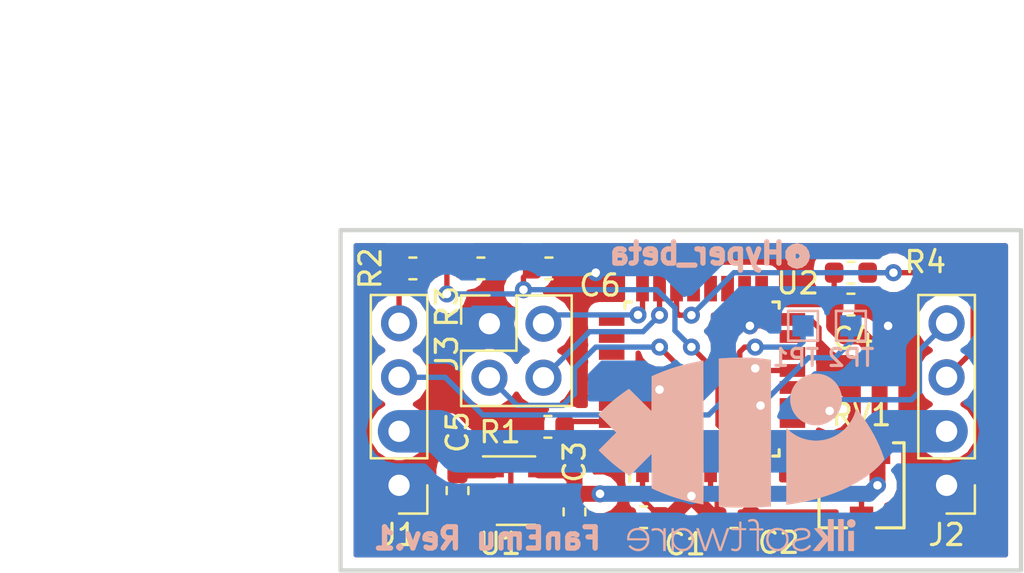
<source format=kicad_pcb>
(kicad_pcb (version 20171130) (host pcbnew "(5.0.0-dirty)")

  (general
    (thickness 1.6)
    (drawings 8)
    (tracks 177)
    (zones 0)
    (modules 19)
    (nets 16)
  )

  (page A4)
  (layers
    (0 F.Cu signal)
    (31 B.Cu signal)
    (32 B.Adhes user)
    (33 F.Adhes user)
    (34 B.Paste user)
    (35 F.Paste user)
    (36 B.SilkS user)
    (37 F.SilkS user)
    (38 B.Mask user)
    (39 F.Mask user)
    (40 Dwgs.User user)
    (41 Cmts.User user)
    (42 Eco1.User user)
    (43 Eco2.User user)
    (44 Edge.Cuts user)
    (45 Margin user)
    (46 B.CrtYd user)
    (47 F.CrtYd user)
    (48 B.Fab user)
    (49 F.Fab user hide)
  )

  (setup
    (last_trace_width 0.25)
    (user_trace_width 0.5)
    (user_trace_width 0.75)
    (user_trace_width 1)
    (user_trace_width 1.5)
    (user_trace_width 2)
    (trace_clearance 0.2)
    (zone_clearance 0.508)
    (zone_45_only no)
    (trace_min 0.2)
    (segment_width 0.2)
    (edge_width 0.15)
    (via_size 0.8)
    (via_drill 0.4)
    (via_min_size 0.4)
    (via_min_drill 0.3)
    (uvia_size 0.3)
    (uvia_drill 0.1)
    (uvias_allowed no)
    (uvia_min_size 0.2)
    (uvia_min_drill 0.1)
    (pcb_text_width 0.3)
    (pcb_text_size 1.5 1.5)
    (mod_edge_width 0.15)
    (mod_text_size 1 1)
    (mod_text_width 0.15)
    (pad_size 0.3 0.3)
    (pad_drill 0)
    (pad_to_mask_clearance 0.2)
    (aux_axis_origin 0 0)
    (visible_elements 7FFFF97F)
    (pcbplotparams
      (layerselection 0x010f0_ffffffff)
      (usegerberextensions true)
      (usegerberattributes false)
      (usegerberadvancedattributes false)
      (creategerberjobfile false)
      (excludeedgelayer false)
      (linewidth 0.100000)
      (plotframeref false)
      (viasonmask false)
      (mode 1)
      (useauxorigin false)
      (hpglpennumber 1)
      (hpglpenspeed 20)
      (hpglpendiameter 15.000000)
      (psnegative false)
      (psa4output false)
      (plotreference true)
      (plotvalue false)
      (plotinvisibletext false)
      (padsonsilk false)
      (subtractmaskfromsilk false)
      (outputformat 1)
      (mirror false)
      (drillshape 0)
      (scaleselection 1)
      (outputdirectory "gab"))
  )

  (net 0 "")
  (net 1 GND)
  (net 2 +12V)
  (net 3 +3V3)
  (net 4 /SYS_CLK)
  (net 5 /SWDIO)
  (net 6 /NRST)
  (net 7 /VR1)
  (net 8 "Net-(R1-Pad1)")
  (net 9 /PWMIN_3V)
  (net 10 /PWMIN)
  (net 11 /FAKE_PULSE)
  (net 12 /FAN_PULSE)
  (net 13 /FAN_PWM)
  (net 14 /USART1_TX)
  (net 15 /USART1_RX)

  (net_class Default "これはデフォルトのネット クラスです。"
    (clearance 0.2)
    (trace_width 0.25)
    (via_dia 0.8)
    (via_drill 0.4)
    (uvia_dia 0.3)
    (uvia_drill 0.1)
    (add_net +12V)
    (add_net +3V3)
    (add_net /FAKE_PULSE)
    (add_net /FAN_PULSE)
    (add_net /FAN_PWM)
    (add_net /NRST)
    (add_net /PWMIN)
    (add_net /PWMIN_3V)
    (add_net /SWDIO)
    (add_net /SYS_CLK)
    (add_net /USART1_RX)
    (add_net /USART1_TX)
    (add_net /VR1)
    (add_net GND)
    (add_net "Net-(R1-Pad1)")
  )

  (module Capacitor_SMD:C_0603_1608Metric (layer F.Cu) (tedit 5B301BBE) (tstamp 5CC1BBB0)
    (at 25 27.25 90)
    (descr "Capacitor SMD 0603 (1608 Metric), square (rectangular) end terminal, IPC_7351 nominal, (Body size source: http://www.tortai-tech.com/upload/download/2011102023233369053.pdf), generated with kicad-footprint-generator")
    (tags capacitor)
    (path /5C9BE818)
    (attr smd)
    (fp_text reference C3 (at 2.35 0 90) (layer F.SilkS)
      (effects (font (size 1 1) (thickness 0.15)))
    )
    (fp_text value 0.1u (at 0 1.43 90) (layer F.Fab)
      (effects (font (size 1 1) (thickness 0.15)))
    )
    (fp_text user %R (at 0 0 90) (layer F.Fab)
      (effects (font (size 0.4 0.4) (thickness 0.06)))
    )
    (fp_line (start 1.48 0.73) (end -1.48 0.73) (layer F.CrtYd) (width 0.05))
    (fp_line (start 1.48 -0.73) (end 1.48 0.73) (layer F.CrtYd) (width 0.05))
    (fp_line (start -1.48 -0.73) (end 1.48 -0.73) (layer F.CrtYd) (width 0.05))
    (fp_line (start -1.48 0.73) (end -1.48 -0.73) (layer F.CrtYd) (width 0.05))
    (fp_line (start -0.162779 0.51) (end 0.162779 0.51) (layer F.SilkS) (width 0.12))
    (fp_line (start -0.162779 -0.51) (end 0.162779 -0.51) (layer F.SilkS) (width 0.12))
    (fp_line (start 0.8 0.4) (end -0.8 0.4) (layer F.Fab) (width 0.1))
    (fp_line (start 0.8 -0.4) (end 0.8 0.4) (layer F.Fab) (width 0.1))
    (fp_line (start -0.8 -0.4) (end 0.8 -0.4) (layer F.Fab) (width 0.1))
    (fp_line (start -0.8 0.4) (end -0.8 -0.4) (layer F.Fab) (width 0.1))
    (pad 2 smd roundrect (at 0.7875 0 90) (size 0.875 0.95) (layers F.Cu F.Paste F.Mask) (roundrect_rratio 0.25)
      (net 3 +3V3))
    (pad 1 smd roundrect (at -0.7875 0 90) (size 0.875 0.95) (layers F.Cu F.Paste F.Mask) (roundrect_rratio 0.25)
      (net 1 GND))
    (model ${KISYS3DMOD}/Capacitor_SMD.3dshapes/C_0603_1608Metric.wrl
      (at (xyz 0 0 0))
      (scale (xyz 1 1 1))
      (rotate (xyz 0 0 0))
    )
  )

  (module Capacitor_SMD:C_0603_1608Metric (layer F.Cu) (tedit 5B301BBE) (tstamp 5CC1BB8E)
    (at 28.25 27.5)
    (descr "Capacitor SMD 0603 (1608 Metric), square (rectangular) end terminal, IPC_7351 nominal, (Body size source: http://www.tortai-tech.com/upload/download/2011102023233369053.pdf), generated with kicad-footprint-generator")
    (tags capacitor)
    (path /5F17564E)
    (attr smd)
    (fp_text reference C1 (at 1.95 1.27) (layer F.SilkS)
      (effects (font (size 1 1) (thickness 0.15)))
    )
    (fp_text value 0.47u (at 0 1.43) (layer F.Fab)
      (effects (font (size 1 1) (thickness 0.15)))
    )
    (fp_text user %R (at 0 0) (layer F.Fab)
      (effects (font (size 0.4 0.4) (thickness 0.06)))
    )
    (fp_line (start 1.48 0.73) (end -1.48 0.73) (layer F.CrtYd) (width 0.05))
    (fp_line (start 1.48 -0.73) (end 1.48 0.73) (layer F.CrtYd) (width 0.05))
    (fp_line (start -1.48 -0.73) (end 1.48 -0.73) (layer F.CrtYd) (width 0.05))
    (fp_line (start -1.48 0.73) (end -1.48 -0.73) (layer F.CrtYd) (width 0.05))
    (fp_line (start -0.162779 0.51) (end 0.162779 0.51) (layer F.SilkS) (width 0.12))
    (fp_line (start -0.162779 -0.51) (end 0.162779 -0.51) (layer F.SilkS) (width 0.12))
    (fp_line (start 0.8 0.4) (end -0.8 0.4) (layer F.Fab) (width 0.1))
    (fp_line (start 0.8 -0.4) (end 0.8 0.4) (layer F.Fab) (width 0.1))
    (fp_line (start -0.8 -0.4) (end 0.8 -0.4) (layer F.Fab) (width 0.1))
    (fp_line (start -0.8 0.4) (end -0.8 -0.4) (layer F.Fab) (width 0.1))
    (pad 2 smd roundrect (at 0.7875 0) (size 0.875 0.95) (layers F.Cu F.Paste F.Mask) (roundrect_rratio 0.25)
      (net 3 +3V3))
    (pad 1 smd roundrect (at -0.7875 0) (size 0.875 0.95) (layers F.Cu F.Paste F.Mask) (roundrect_rratio 0.25)
      (net 1 GND))
    (model ${KISYS3DMOD}/Capacitor_SMD.3dshapes/C_0603_1608Metric.wrl
      (at (xyz 0 0 0))
      (scale (xyz 1 1 1))
      (rotate (xyz 0 0 0))
    )
  )

  (module Capacitor_SMD:C_0603_1608Metric (layer F.Cu) (tedit 5B301BBE) (tstamp 5CC1DB11)
    (at 32.5 27.5 180)
    (descr "Capacitor SMD 0603 (1608 Metric), square (rectangular) end terminal, IPC_7351 nominal, (Body size source: http://www.tortai-tech.com/upload/download/2011102023233369053.pdf), generated with kicad-footprint-generator")
    (tags capacitor)
    (path /5C9BE6B4)
    (attr smd)
    (fp_text reference C2 (at -2.1 -1.2 180) (layer F.SilkS)
      (effects (font (size 1 1) (thickness 0.15)))
    )
    (fp_text value 0.1u (at 0 1.43 180) (layer F.Fab)
      (effects (font (size 1 1) (thickness 0.15)))
    )
    (fp_line (start -0.8 0.4) (end -0.8 -0.4) (layer F.Fab) (width 0.1))
    (fp_line (start -0.8 -0.4) (end 0.8 -0.4) (layer F.Fab) (width 0.1))
    (fp_line (start 0.8 -0.4) (end 0.8 0.4) (layer F.Fab) (width 0.1))
    (fp_line (start 0.8 0.4) (end -0.8 0.4) (layer F.Fab) (width 0.1))
    (fp_line (start -0.162779 -0.51) (end 0.162779 -0.51) (layer F.SilkS) (width 0.12))
    (fp_line (start -0.162779 0.51) (end 0.162779 0.51) (layer F.SilkS) (width 0.12))
    (fp_line (start -1.48 0.73) (end -1.48 -0.73) (layer F.CrtYd) (width 0.05))
    (fp_line (start -1.48 -0.73) (end 1.48 -0.73) (layer F.CrtYd) (width 0.05))
    (fp_line (start 1.48 -0.73) (end 1.48 0.73) (layer F.CrtYd) (width 0.05))
    (fp_line (start 1.48 0.73) (end -1.48 0.73) (layer F.CrtYd) (width 0.05))
    (fp_text user %R (at 0 0 180) (layer F.Fab)
      (effects (font (size 0.4 0.4) (thickness 0.06)))
    )
    (pad 1 smd roundrect (at -0.7875 0 180) (size 0.875 0.95) (layers F.Cu F.Paste F.Mask) (roundrect_rratio 0.25)
      (net 1 GND))
    (pad 2 smd roundrect (at 0.7875 0 180) (size 0.875 0.95) (layers F.Cu F.Paste F.Mask) (roundrect_rratio 0.25)
      (net 3 +3V3))
    (model ${KISYS3DMOD}/Capacitor_SMD.3dshapes/C_0603_1608Metric.wrl
      (at (xyz 0 0 0))
      (scale (xyz 1 1 1))
      (rotate (xyz 0 0 0))
    )
  )

  (module Capacitor_SMD:C_0603_1608Metric (layer F.Cu) (tedit 5B301BBE) (tstamp 5F1494C7)
    (at 38 17.5 180)
    (descr "Capacitor SMD 0603 (1608 Metric), square (rectangular) end terminal, IPC_7351 nominal, (Body size source: http://www.tortai-tech.com/upload/download/2011102023233369053.pdf), generated with kicad-footprint-generator")
    (tags capacitor)
    (path /5CAE3D3C)
    (attr smd)
    (fp_text reference C4 (at -0.1 -1.6 180) (layer F.SilkS)
      (effects (font (size 1 1) (thickness 0.15)))
    )
    (fp_text value 0.1u (at 0 1.43 180) (layer F.Fab)
      (effects (font (size 1 1) (thickness 0.15)))
    )
    (fp_text user %R (at 0 0 180) (layer F.Fab)
      (effects (font (size 0.4 0.4) (thickness 0.06)))
    )
    (fp_line (start 1.48 0.73) (end -1.48 0.73) (layer F.CrtYd) (width 0.05))
    (fp_line (start 1.48 -0.73) (end 1.48 0.73) (layer F.CrtYd) (width 0.05))
    (fp_line (start -1.48 -0.73) (end 1.48 -0.73) (layer F.CrtYd) (width 0.05))
    (fp_line (start -1.48 0.73) (end -1.48 -0.73) (layer F.CrtYd) (width 0.05))
    (fp_line (start -0.162779 0.51) (end 0.162779 0.51) (layer F.SilkS) (width 0.12))
    (fp_line (start -0.162779 -0.51) (end 0.162779 -0.51) (layer F.SilkS) (width 0.12))
    (fp_line (start 0.8 0.4) (end -0.8 0.4) (layer F.Fab) (width 0.1))
    (fp_line (start 0.8 -0.4) (end 0.8 0.4) (layer F.Fab) (width 0.1))
    (fp_line (start -0.8 -0.4) (end 0.8 -0.4) (layer F.Fab) (width 0.1))
    (fp_line (start -0.8 0.4) (end -0.8 -0.4) (layer F.Fab) (width 0.1))
    (pad 2 smd roundrect (at 0.7875 0 180) (size 0.875 0.95) (layers F.Cu F.Paste F.Mask) (roundrect_rratio 0.25)
      (net 3 +3V3))
    (pad 1 smd roundrect (at -0.7875 0 180) (size 0.875 0.95) (layers F.Cu F.Paste F.Mask) (roundrect_rratio 0.25)
      (net 1 GND))
    (model ${KISYS3DMOD}/Capacitor_SMD.3dshapes/C_0603_1608Metric.wrl
      (at (xyz 0 0 0))
      (scale (xyz 1 1 1))
      (rotate (xyz 0 0 0))
    )
  )

  (module Resistor_SMD:R_0603_1608Metric (layer F.Cu) (tedit 5B301BBD) (tstamp 5CC1BE5E)
    (at 23.75 23.25 180)
    (descr "Resistor SMD 0603 (1608 Metric), square (rectangular) end terminal, IPC_7351 nominal, (Body size source: http://www.tortai-tech.com/upload/download/2011102023233369053.pdf), generated with kicad-footprint-generator")
    (tags resistor)
    (path /5C9A00B2)
    (attr smd)
    (fp_text reference R1 (at 2.25 -0.25 180) (layer F.SilkS)
      (effects (font (size 1 1) (thickness 0.15)))
    )
    (fp_text value 10k (at 0 1.43 180) (layer F.Fab)
      (effects (font (size 1 1) (thickness 0.15)))
    )
    (fp_text user %R (at 0.052 0 180) (layer F.Fab)
      (effects (font (size 0.4 0.4) (thickness 0.06)))
    )
    (fp_line (start 1.48 0.73) (end -1.48 0.73) (layer F.CrtYd) (width 0.05))
    (fp_line (start 1.48 -0.73) (end 1.48 0.73) (layer F.CrtYd) (width 0.05))
    (fp_line (start -1.48 -0.73) (end 1.48 -0.73) (layer F.CrtYd) (width 0.05))
    (fp_line (start -1.48 0.73) (end -1.48 -0.73) (layer F.CrtYd) (width 0.05))
    (fp_line (start -0.162779 0.51) (end 0.162779 0.51) (layer F.SilkS) (width 0.12))
    (fp_line (start -0.162779 -0.51) (end 0.162779 -0.51) (layer F.SilkS) (width 0.12))
    (fp_line (start 0.8 0.4) (end -0.8 0.4) (layer F.Fab) (width 0.1))
    (fp_line (start 0.8 -0.4) (end 0.8 0.4) (layer F.Fab) (width 0.1))
    (fp_line (start -0.8 -0.4) (end 0.8 -0.4) (layer F.Fab) (width 0.1))
    (fp_line (start -0.8 0.4) (end -0.8 -0.4) (layer F.Fab) (width 0.1))
    (pad 2 smd roundrect (at 0.7875 0 180) (size 0.875 0.95) (layers F.Cu F.Paste F.Mask) (roundrect_rratio 0.25)
      (net 1 GND))
    (pad 1 smd roundrect (at -0.7875 0 180) (size 0.875 0.95) (layers F.Cu F.Paste F.Mask) (roundrect_rratio 0.25)
      (net 8 "Net-(R1-Pad1)"))
    (model ${KISYS3DMOD}/Resistor_SMD.3dshapes/R_0603_1608Metric.wrl
      (at (xyz 0 0 0))
      (scale (xyz 1 1 1))
      (rotate (xyz 0 0 0))
    )
  )

  (module pot:PVZ3A (layer F.Cu) (tedit 5CC1945C) (tstamp 5CC1E721)
    (at 38.5 26 180)
    (path /5CA931F2)
    (fp_text reference RV1 (at 0 3.302 180) (layer F.SilkS)
      (effects (font (size 1 1) (thickness 0.15)))
    )
    (fp_text value 22k (at -0.254 -2.921 180) (layer F.Fab)
      (effects (font (size 1 1) (thickness 0.15)))
    )
    (fp_line (start 2 2) (end 1.5 2) (layer F.SilkS) (width 0.15))
    (fp_line (start 2 -2) (end 2 2) (layer F.SilkS) (width 0.15))
    (fp_line (start 0.7 -2) (end 2 -2) (layer F.SilkS) (width 0.15))
    (fp_line (start -2 2) (end -1.5 2) (layer F.SilkS) (width 0.15))
    (fp_line (start -2 -2) (end -2 2) (layer F.SilkS) (width 0.15))
    (fp_line (start -0.7 -2) (end -2 -2) (layer F.SilkS) (width 0.15))
    (pad 3 smd rect (at 0.85 1.5 180) (size 1 1) (layers F.Cu F.Paste F.Mask)
      (net 1 GND))
    (pad 1 smd rect (at -0.85 1.5 180) (size 1 1) (layers F.Cu F.Paste F.Mask)
      (net 3 +3V3))
    (pad 2 smd rect (at 0 -1.5 180) (size 1.1 1) (layers F.Cu F.Paste F.Mask)
      (net 7 /VR1))
  )

  (module Package_QFP:LQFP-32_7x7mm_P0.8mm (layer F.Cu) (tedit 5A02F146) (tstamp 5CC1E3A3)
    (at 31 21 90)
    (descr "LQFP32: plastic low profile quad flat package; 32 leads; body 7 x 7 x 1.4 mm (see NXP sot358-1_po.pdf and sot358-1_fr.pdf)")
    (tags "QFP 0.8")
    (path /5CAA87C4)
    (attr smd)
    (fp_text reference U2 (at 4.5 4.5 180) (layer F.SilkS)
      (effects (font (size 1 1) (thickness 0.15)))
    )
    (fp_text value STM32F030K6Tx (at 0 5.85 90) (layer F.Fab)
      (effects (font (size 1 1) (thickness 0.15)))
    )
    (fp_text user %R (at 0 0 90) (layer F.Fab)
      (effects (font (size 1 1) (thickness 0.15)))
    )
    (fp_line (start -2.5 -3.5) (end 3.5 -3.5) (layer F.Fab) (width 0.15))
    (fp_line (start 3.5 -3.5) (end 3.5 3.5) (layer F.Fab) (width 0.15))
    (fp_line (start 3.5 3.5) (end -3.5 3.5) (layer F.Fab) (width 0.15))
    (fp_line (start -3.5 3.5) (end -3.5 -2.5) (layer F.Fab) (width 0.15))
    (fp_line (start -3.5 -2.5) (end -2.5 -3.5) (layer F.Fab) (width 0.15))
    (fp_line (start -5.1 -5.1) (end -5.1 5.1) (layer F.CrtYd) (width 0.05))
    (fp_line (start 5.1 -5.1) (end 5.1 5.1) (layer F.CrtYd) (width 0.05))
    (fp_line (start -5.1 -5.1) (end 5.1 -5.1) (layer F.CrtYd) (width 0.05))
    (fp_line (start -5.1 5.1) (end 5.1 5.1) (layer F.CrtYd) (width 0.05))
    (fp_line (start -3.625 -3.625) (end -3.625 -3.4) (layer F.SilkS) (width 0.15))
    (fp_line (start 3.625 -3.625) (end 3.625 -3.325) (layer F.SilkS) (width 0.15))
    (fp_line (start 3.625 3.625) (end 3.625 3.325) (layer F.SilkS) (width 0.15))
    (fp_line (start -3.625 3.625) (end -3.625 3.325) (layer F.SilkS) (width 0.15))
    (fp_line (start -3.625 -3.625) (end -3.325 -3.625) (layer F.SilkS) (width 0.15))
    (fp_line (start -3.625 3.625) (end -3.325 3.625) (layer F.SilkS) (width 0.15))
    (fp_line (start 3.625 3.625) (end 3.325 3.625) (layer F.SilkS) (width 0.15))
    (fp_line (start 3.625 -3.625) (end 3.325 -3.625) (layer F.SilkS) (width 0.15))
    (fp_line (start -3.625 -3.4) (end -4.85 -3.4) (layer F.SilkS) (width 0.15))
    (pad 1 smd rect (at -4.25 -2.8 90) (size 1.2 0.6) (layers F.Cu F.Paste F.Mask)
      (net 3 +3V3))
    (pad 2 smd rect (at -4.25 -2 90) (size 1.2 0.6) (layers F.Cu F.Paste F.Mask))
    (pad 3 smd rect (at -4.25 -1.2 90) (size 1.2 0.6) (layers F.Cu F.Paste F.Mask))
    (pad 4 smd rect (at -4.25 -0.4 90) (size 1.2 0.6) (layers F.Cu F.Paste F.Mask)
      (net 6 /NRST))
    (pad 5 smd rect (at -4.25 0.4 90) (size 1.2 0.6) (layers F.Cu F.Paste F.Mask)
      (net 3 +3V3))
    (pad 6 smd rect (at -4.25 1.2 90) (size 1.2 0.6) (layers F.Cu F.Paste F.Mask)
      (net 7 /VR1))
    (pad 7 smd rect (at -4.25 2 90) (size 1.2 0.6) (layers F.Cu F.Paste F.Mask)
      (net 9 /PWMIN_3V))
    (pad 8 smd rect (at -4.25 2.8 90) (size 1.2 0.6) (layers F.Cu F.Paste F.Mask)
      (net 14 /USART1_TX))
    (pad 9 smd rect (at -2.8 4.25 180) (size 1.2 0.6) (layers F.Cu F.Paste F.Mask)
      (net 15 /USART1_RX))
    (pad 10 smd rect (at -2 4.25 180) (size 1.2 0.6) (layers F.Cu F.Paste F.Mask))
    (pad 11 smd rect (at -1.2 4.25 180) (size 1.2 0.6) (layers F.Cu F.Paste F.Mask))
    (pad 12 smd rect (at -0.4 4.25 180) (size 1.2 0.6) (layers F.Cu F.Paste F.Mask)
      (net 13 /FAN_PWM))
    (pad 13 smd rect (at 0.4 4.25 180) (size 1.2 0.6) (layers F.Cu F.Paste F.Mask)
      (net 11 /FAKE_PULSE))
    (pad 14 smd rect (at 1.2 4.25 180) (size 1.2 0.6) (layers F.Cu F.Paste F.Mask))
    (pad 15 smd rect (at 2 4.25 180) (size 1.2 0.6) (layers F.Cu F.Paste F.Mask))
    (pad 16 smd rect (at 2.8 4.25 180) (size 1.2 0.6) (layers F.Cu F.Paste F.Mask)
      (net 1 GND))
    (pad 17 smd rect (at 4.25 2.8 90) (size 1.2 0.6) (layers F.Cu F.Paste F.Mask)
      (net 3 +3V3))
    (pad 18 smd rect (at 4.25 2 90) (size 1.2 0.6) (layers F.Cu F.Paste F.Mask))
    (pad 19 smd rect (at 4.25 1.2 90) (size 1.2 0.6) (layers F.Cu F.Paste F.Mask))
    (pad 20 smd rect (at 4.25 0.4 90) (size 1.2 0.6) (layers F.Cu F.Paste F.Mask))
    (pad 21 smd rect (at 4.25 -0.4 90) (size 1.2 0.6) (layers F.Cu F.Paste F.Mask))
    (pad 22 smd rect (at 4.25 -1.2 90) (size 1.2 0.6) (layers F.Cu F.Paste F.Mask)
      (net 12 /FAN_PULSE))
    (pad 23 smd rect (at 4.25 -2 90) (size 1.2 0.6) (layers F.Cu F.Paste F.Mask)
      (net 5 /SWDIO))
    (pad 24 smd rect (at 4.25 -2.8 90) (size 1.2 0.6) (layers F.Cu F.Paste F.Mask)
      (net 4 /SYS_CLK))
    (pad 25 smd rect (at 2.8 -4.25 180) (size 1.2 0.6) (layers F.Cu F.Paste F.Mask))
    (pad 26 smd rect (at 2 -4.25 180) (size 1.2 0.6) (layers F.Cu F.Paste F.Mask))
    (pad 27 smd rect (at 1.2 -4.25 180) (size 1.2 0.6) (layers F.Cu F.Paste F.Mask))
    (pad 28 smd rect (at 0.4 -4.25 180) (size 1.2 0.6) (layers F.Cu F.Paste F.Mask))
    (pad 29 smd rect (at -0.4 -4.25 180) (size 1.2 0.6) (layers F.Cu F.Paste F.Mask))
    (pad 30 smd rect (at -1.2 -4.25 180) (size 1.2 0.6) (layers F.Cu F.Paste F.Mask))
    (pad 31 smd rect (at -2 -4.25 180) (size 1.2 0.6) (layers F.Cu F.Paste F.Mask)
      (net 8 "Net-(R1-Pad1)"))
    (pad 32 smd rect (at -2.8 -4.25 180) (size 1.2 0.6) (layers F.Cu F.Paste F.Mask)
      (net 1 GND))
    (model ${KISYS3DMOD}/Package_QFP.3dshapes/LQFP-32_7x7mm_P0.8mm.wrl
      (at (xyz 0 0 0))
      (scale (xyz 1 1 1))
      (rotate (xyz 0 0 0))
    )
  )

  (module Connector_PinHeader_2.54mm:PinHeader_1x04_P2.54mm_Vertical (layer F.Cu) (tedit 59FED5CC) (tstamp 5F147F96)
    (at 16.75 26 180)
    (descr "Through hole straight pin header, 1x04, 2.54mm pitch, single row")
    (tags "Through hole pin header THT 1x04 2.54mm single row")
    (path /5CE2743E)
    (fp_text reference J1 (at 0 -2.33 180) (layer F.SilkS)
      (effects (font (size 1 1) (thickness 0.15)))
    )
    (fp_text value FIN1 (at 0 9.95 180) (layer F.Fab)
      (effects (font (size 1 1) (thickness 0.15)))
    )
    (fp_text user %R (at 0 3.81 270) (layer F.Fab)
      (effects (font (size 1 1) (thickness 0.15)))
    )
    (fp_line (start 1.8 -1.8) (end -1.8 -1.8) (layer F.CrtYd) (width 0.05))
    (fp_line (start 1.8 9.4) (end 1.8 -1.8) (layer F.CrtYd) (width 0.05))
    (fp_line (start -1.8 9.4) (end 1.8 9.4) (layer F.CrtYd) (width 0.05))
    (fp_line (start -1.8 -1.8) (end -1.8 9.4) (layer F.CrtYd) (width 0.05))
    (fp_line (start -1.33 -1.33) (end 0 -1.33) (layer F.SilkS) (width 0.12))
    (fp_line (start -1.33 0) (end -1.33 -1.33) (layer F.SilkS) (width 0.12))
    (fp_line (start -1.33 1.27) (end 1.33 1.27) (layer F.SilkS) (width 0.12))
    (fp_line (start 1.33 1.27) (end 1.33 8.95) (layer F.SilkS) (width 0.12))
    (fp_line (start -1.33 1.27) (end -1.33 8.95) (layer F.SilkS) (width 0.12))
    (fp_line (start -1.33 8.95) (end 1.33 8.95) (layer F.SilkS) (width 0.12))
    (fp_line (start -1.27 -0.635) (end -0.635 -1.27) (layer F.Fab) (width 0.1))
    (fp_line (start -1.27 8.89) (end -1.27 -0.635) (layer F.Fab) (width 0.1))
    (fp_line (start 1.27 8.89) (end -1.27 8.89) (layer F.Fab) (width 0.1))
    (fp_line (start 1.27 -1.27) (end 1.27 8.89) (layer F.Fab) (width 0.1))
    (fp_line (start -0.635 -1.27) (end 1.27 -1.27) (layer F.Fab) (width 0.1))
    (pad 4 thru_hole oval (at 0 7.62 180) (size 1.7 1.7) (drill 1) (layers *.Cu *.Mask)
      (net 10 /PWMIN))
    (pad 3 thru_hole oval (at 0 5.08 180) (size 1.7 1.7) (drill 1) (layers *.Cu *.Mask)
      (net 11 /FAKE_PULSE))
    (pad 2 thru_hole oval (at 0 2.54 180) (size 1.7 1.7) (drill 1) (layers *.Cu *.Mask)
      (net 2 +12V))
    (pad 1 thru_hole rect (at 0 0 180) (size 1.7 1.7) (drill 1) (layers *.Cu *.Mask)
      (net 1 GND))
    (model ${KISYS3DMOD}/Connector_PinHeader_2.54mm.3dshapes/PinHeader_1x04_P2.54mm_Vertical.wrl
      (at (xyz 0 0 0))
      (scale (xyz 1 1 1))
      (rotate (xyz 0 0 0))
    )
  )

  (module Connector_PinHeader_2.54mm:PinHeader_1x04_P2.54mm_Vertical (layer F.Cu) (tedit 59FED5CC) (tstamp 5F147FAD)
    (at 42.5 26 180)
    (descr "Through hole straight pin header, 1x04, 2.54mm pitch, single row")
    (tags "Through hole pin header THT 1x04 2.54mm single row")
    (path /5C9D3692)
    (fp_text reference J2 (at 0 -2.33 180) (layer F.SilkS)
      (effects (font (size 1 1) (thickness 0.15)))
    )
    (fp_text value FOUT1 (at 0 9.95 180) (layer F.Fab)
      (effects (font (size 1 1) (thickness 0.15)))
    )
    (fp_line (start -0.635 -1.27) (end 1.27 -1.27) (layer F.Fab) (width 0.1))
    (fp_line (start 1.27 -1.27) (end 1.27 8.89) (layer F.Fab) (width 0.1))
    (fp_line (start 1.27 8.89) (end -1.27 8.89) (layer F.Fab) (width 0.1))
    (fp_line (start -1.27 8.89) (end -1.27 -0.635) (layer F.Fab) (width 0.1))
    (fp_line (start -1.27 -0.635) (end -0.635 -1.27) (layer F.Fab) (width 0.1))
    (fp_line (start -1.33 8.95) (end 1.33 8.95) (layer F.SilkS) (width 0.12))
    (fp_line (start -1.33 1.27) (end -1.33 8.95) (layer F.SilkS) (width 0.12))
    (fp_line (start 1.33 1.27) (end 1.33 8.95) (layer F.SilkS) (width 0.12))
    (fp_line (start -1.33 1.27) (end 1.33 1.27) (layer F.SilkS) (width 0.12))
    (fp_line (start -1.33 0) (end -1.33 -1.33) (layer F.SilkS) (width 0.12))
    (fp_line (start -1.33 -1.33) (end 0 -1.33) (layer F.SilkS) (width 0.12))
    (fp_line (start -1.8 -1.8) (end -1.8 9.4) (layer F.CrtYd) (width 0.05))
    (fp_line (start -1.8 9.4) (end 1.8 9.4) (layer F.CrtYd) (width 0.05))
    (fp_line (start 1.8 9.4) (end 1.8 -1.8) (layer F.CrtYd) (width 0.05))
    (fp_line (start 1.8 -1.8) (end -1.8 -1.8) (layer F.CrtYd) (width 0.05))
    (fp_text user %R (at 0 3.81 270) (layer F.Fab)
      (effects (font (size 1 1) (thickness 0.15)))
    )
    (pad 1 thru_hole rect (at 0 0 180) (size 1.7 1.7) (drill 1) (layers *.Cu *.Mask)
      (net 1 GND))
    (pad 2 thru_hole oval (at 0 2.54 180) (size 1.7 1.7) (drill 1) (layers *.Cu *.Mask)
      (net 2 +12V))
    (pad 3 thru_hole oval (at 0 5.08 180) (size 1.7 1.7) (drill 1) (layers *.Cu *.Mask)
      (net 12 /FAN_PULSE))
    (pad 4 thru_hole oval (at 0 7.62 180) (size 1.7 1.7) (drill 1) (layers *.Cu *.Mask)
      (net 13 /FAN_PWM))
    (model ${KISYS3DMOD}/Connector_PinHeader_2.54mm.3dshapes/PinHeader_1x04_P2.54mm_Vertical.wrl
      (at (xyz 0 0 0))
      (scale (xyz 1 1 1))
      (rotate (xyz 0 0 0))
    )
  )

  (module Connector_PinHeader_2.54mm:PinHeader_2x02_P2.54mm_Vertical (layer F.Cu) (tedit 59FED5CC) (tstamp 5F147FDD)
    (at 21 18.4)
    (descr "Through hole straight pin header, 2x02, 2.54mm pitch, double rows")
    (tags "Through hole pin header THT 2x02 2.54mm double row")
    (path /5CCA1F41)
    (fp_text reference J3 (at -2 1.4 90) (layer F.SilkS)
      (effects (font (size 1 1) (thickness 0.15)))
    )
    (fp_text value SWD (at 1.27 4.87) (layer F.Fab)
      (effects (font (size 1 1) (thickness 0.15)))
    )
    (fp_line (start 0 -1.27) (end 3.81 -1.27) (layer F.Fab) (width 0.1))
    (fp_line (start 3.81 -1.27) (end 3.81 3.81) (layer F.Fab) (width 0.1))
    (fp_line (start 3.81 3.81) (end -1.27 3.81) (layer F.Fab) (width 0.1))
    (fp_line (start -1.27 3.81) (end -1.27 0) (layer F.Fab) (width 0.1))
    (fp_line (start -1.27 0) (end 0 -1.27) (layer F.Fab) (width 0.1))
    (fp_line (start -1.33 3.87) (end 3.87 3.87) (layer F.SilkS) (width 0.12))
    (fp_line (start -1.33 1.27) (end -1.33 3.87) (layer F.SilkS) (width 0.12))
    (fp_line (start 3.87 -1.33) (end 3.87 3.87) (layer F.SilkS) (width 0.12))
    (fp_line (start -1.33 1.27) (end 1.27 1.27) (layer F.SilkS) (width 0.12))
    (fp_line (start 1.27 1.27) (end 1.27 -1.33) (layer F.SilkS) (width 0.12))
    (fp_line (start 1.27 -1.33) (end 3.87 -1.33) (layer F.SilkS) (width 0.12))
    (fp_line (start -1.33 0) (end -1.33 -1.33) (layer F.SilkS) (width 0.12))
    (fp_line (start -1.33 -1.33) (end 0 -1.33) (layer F.SilkS) (width 0.12))
    (fp_line (start -1.8 -1.8) (end -1.8 4.35) (layer F.CrtYd) (width 0.05))
    (fp_line (start -1.8 4.35) (end 4.35 4.35) (layer F.CrtYd) (width 0.05))
    (fp_line (start 4.35 4.35) (end 4.35 -1.8) (layer F.CrtYd) (width 0.05))
    (fp_line (start 4.35 -1.8) (end -1.8 -1.8) (layer F.CrtYd) (width 0.05))
    (fp_text user %R (at 1.27 1.27 90) (layer F.Fab)
      (effects (font (size 1 1) (thickness 0.15)))
    )
    (pad 1 thru_hole rect (at 0 0) (size 1.7 1.7) (drill 1) (layers *.Cu *.Mask)
      (net 1 GND))
    (pad 2 thru_hole oval (at 2.54 0) (size 1.7 1.7) (drill 1) (layers *.Cu *.Mask)
      (net 4 /SYS_CLK))
    (pad 3 thru_hole oval (at 0 2.54) (size 1.7 1.7) (drill 1) (layers *.Cu *.Mask)
      (net 6 /NRST))
    (pad 4 thru_hole oval (at 2.54 2.54) (size 1.7 1.7) (drill 1) (layers *.Cu *.Mask)
      (net 5 /SWDIO))
    (model ${KISYS3DMOD}/Connector_PinHeader_2.54mm.3dshapes/PinHeader_2x02_P2.54mm_Vertical.wrl
      (at (xyz 0 0 0))
      (scale (xyz 1 1 1))
      (rotate (xyz 0 0 0))
    )
  )

  (module Package_TO_SOT_SMD:SOT-23-5 (layer F.Cu) (tedit 5A02FF57) (tstamp 5F147FF3)
    (at 22.25 26.25)
    (descr "5-pin SOT23 package")
    (tags SOT-23-5)
    (path /5F16913F)
    (attr smd)
    (fp_text reference U1 (at -0.75 2.5) (layer F.SilkS)
      (effects (font (size 1 1) (thickness 0.15)))
    )
    (fp_text value NJM12888 (at 0 2.9) (layer F.Fab)
      (effects (font (size 1 1) (thickness 0.15)))
    )
    (fp_text user %R (at 0 0 90) (layer F.Fab)
      (effects (font (size 0.5 0.5) (thickness 0.075)))
    )
    (fp_line (start -0.9 1.61) (end 0.9 1.61) (layer F.SilkS) (width 0.12))
    (fp_line (start 0.9 -1.61) (end -1.55 -1.61) (layer F.SilkS) (width 0.12))
    (fp_line (start -1.9 -1.8) (end 1.9 -1.8) (layer F.CrtYd) (width 0.05))
    (fp_line (start 1.9 -1.8) (end 1.9 1.8) (layer F.CrtYd) (width 0.05))
    (fp_line (start 1.9 1.8) (end -1.9 1.8) (layer F.CrtYd) (width 0.05))
    (fp_line (start -1.9 1.8) (end -1.9 -1.8) (layer F.CrtYd) (width 0.05))
    (fp_line (start -0.9 -0.9) (end -0.25 -1.55) (layer F.Fab) (width 0.1))
    (fp_line (start 0.9 -1.55) (end -0.25 -1.55) (layer F.Fab) (width 0.1))
    (fp_line (start -0.9 -0.9) (end -0.9 1.55) (layer F.Fab) (width 0.1))
    (fp_line (start 0.9 1.55) (end -0.9 1.55) (layer F.Fab) (width 0.1))
    (fp_line (start 0.9 -1.55) (end 0.9 1.55) (layer F.Fab) (width 0.1))
    (pad 1 smd rect (at -1.1 -0.95) (size 1.06 0.65) (layers F.Cu F.Paste F.Mask)
      (net 2 +12V))
    (pad 2 smd rect (at -1.1 0) (size 1.06 0.65) (layers F.Cu F.Paste F.Mask)
      (net 1 GND))
    (pad 3 smd rect (at -1.1 0.95) (size 1.06 0.65) (layers F.Cu F.Paste F.Mask)
      (net 2 +12V))
    (pad 4 smd rect (at 1.1 0.95) (size 1.06 0.65) (layers F.Cu F.Paste F.Mask))
    (pad 5 smd rect (at 1.1 -0.95) (size 1.06 0.65) (layers F.Cu F.Paste F.Mask)
      (net 3 +3V3))
    (model ${KISYS3DMOD}/Package_TO_SOT_SMD.3dshapes/SOT-23-5.wrl
      (at (xyz 0 0 0))
      (scale (xyz 1 1 1))
      (rotate (xyz 0 0 0))
    )
  )

  (module Capacitor_SMD:C_0603_1608Metric (layer F.Cu) (tedit 5B301BBE) (tstamp 5F148DDA)
    (at 19.5 26.25 90)
    (descr "Capacitor SMD 0603 (1608 Metric), square (rectangular) end terminal, IPC_7351 nominal, (Body size source: http://www.tortai-tech.com/upload/download/2011102023233369053.pdf), generated with kicad-footprint-generator")
    (tags capacitor)
    (path /5F17FBA4)
    (attr smd)
    (fp_text reference C5 (at 2.75 0 90) (layer F.SilkS)
      (effects (font (size 1 1) (thickness 0.15)))
    )
    (fp_text value 0.1u (at 0 1.43 90) (layer F.Fab)
      (effects (font (size 1 1) (thickness 0.15)))
    )
    (fp_line (start -0.8 0.4) (end -0.8 -0.4) (layer F.Fab) (width 0.1))
    (fp_line (start -0.8 -0.4) (end 0.8 -0.4) (layer F.Fab) (width 0.1))
    (fp_line (start 0.8 -0.4) (end 0.8 0.4) (layer F.Fab) (width 0.1))
    (fp_line (start 0.8 0.4) (end -0.8 0.4) (layer F.Fab) (width 0.1))
    (fp_line (start -0.162779 -0.51) (end 0.162779 -0.51) (layer F.SilkS) (width 0.12))
    (fp_line (start -0.162779 0.51) (end 0.162779 0.51) (layer F.SilkS) (width 0.12))
    (fp_line (start -1.48 0.73) (end -1.48 -0.73) (layer F.CrtYd) (width 0.05))
    (fp_line (start -1.48 -0.73) (end 1.48 -0.73) (layer F.CrtYd) (width 0.05))
    (fp_line (start 1.48 -0.73) (end 1.48 0.73) (layer F.CrtYd) (width 0.05))
    (fp_line (start 1.48 0.73) (end -1.48 0.73) (layer F.CrtYd) (width 0.05))
    (fp_text user %R (at 0 0 90) (layer F.Fab)
      (effects (font (size 0.4 0.4) (thickness 0.06)))
    )
    (pad 1 smd roundrect (at -0.7875 0 90) (size 0.875 0.95) (layers F.Cu F.Paste F.Mask) (roundrect_rratio 0.25)
      (net 1 GND))
    (pad 2 smd roundrect (at 0.7875 0 90) (size 0.875 0.95) (layers F.Cu F.Paste F.Mask) (roundrect_rratio 0.25)
      (net 2 +12V))
    (model ${KISYS3DMOD}/Capacitor_SMD.3dshapes/C_0603_1608Metric.wrl
      (at (xyz 0 0 0))
      (scale (xyz 1 1 1))
      (rotate (xyz 0 0 0))
    )
  )

  (module Capacitor_SMD:C_0603_1608Metric (layer F.Cu) (tedit 5B301BBE) (tstamp 5F4F44BF)
    (at 23.8 15.8 180)
    (descr "Capacitor SMD 0603 (1608 Metric), square (rectangular) end terminal, IPC_7351 nominal, (Body size source: http://www.tortai-tech.com/upload/download/2011102023233369053.pdf), generated with kicad-footprint-generator")
    (tags capacitor)
    (path /5F4F5ED7)
    (attr smd)
    (fp_text reference C6 (at -2.4 -0.8 180) (layer F.SilkS)
      (effects (font (size 1 1) (thickness 0.15)))
    )
    (fp_text value 0.1u (at 0 1.43 180) (layer F.Fab)
      (effects (font (size 1 1) (thickness 0.15)))
    )
    (fp_line (start -0.8 0.4) (end -0.8 -0.4) (layer F.Fab) (width 0.1))
    (fp_line (start -0.8 -0.4) (end 0.8 -0.4) (layer F.Fab) (width 0.1))
    (fp_line (start 0.8 -0.4) (end 0.8 0.4) (layer F.Fab) (width 0.1))
    (fp_line (start 0.8 0.4) (end -0.8 0.4) (layer F.Fab) (width 0.1))
    (fp_line (start -0.162779 -0.51) (end 0.162779 -0.51) (layer F.SilkS) (width 0.12))
    (fp_line (start -0.162779 0.51) (end 0.162779 0.51) (layer F.SilkS) (width 0.12))
    (fp_line (start -1.48 0.73) (end -1.48 -0.73) (layer F.CrtYd) (width 0.05))
    (fp_line (start -1.48 -0.73) (end 1.48 -0.73) (layer F.CrtYd) (width 0.05))
    (fp_line (start 1.48 -0.73) (end 1.48 0.73) (layer F.CrtYd) (width 0.05))
    (fp_line (start 1.48 0.73) (end -1.48 0.73) (layer F.CrtYd) (width 0.05))
    (fp_text user %R (at 0 0 180) (layer F.Fab)
      (effects (font (size 0.4 0.4) (thickness 0.06)))
    )
    (pad 1 smd roundrect (at -0.7875 0 180) (size 0.875 0.95) (layers F.Cu F.Paste F.Mask) (roundrect_rratio 0.25)
      (net 1 GND))
    (pad 2 smd roundrect (at 0.7875 0 180) (size 0.875 0.95) (layers F.Cu F.Paste F.Mask) (roundrect_rratio 0.25)
      (net 9 /PWMIN_3V))
    (model ${KISYS3DMOD}/Capacitor_SMD.3dshapes/C_0603_1608Metric.wrl
      (at (xyz 0 0 0))
      (scale (xyz 1 1 1))
      (rotate (xyz 0 0 0))
    )
  )

  (module Resistor_SMD:R_0603_1608Metric (layer F.Cu) (tedit 5B301BBD) (tstamp 5F4F44D0)
    (at 17.4 15.8 180)
    (descr "Resistor SMD 0603 (1608 Metric), square (rectangular) end terminal, IPC_7351 nominal, (Body size source: http://www.tortai-tech.com/upload/download/2011102023233369053.pdf), generated with kicad-footprint-generator")
    (tags resistor)
    (path /5F4F5E0C)
    (attr smd)
    (fp_text reference R2 (at 2 0 90) (layer F.SilkS)
      (effects (font (size 1 1) (thickness 0.15)))
    )
    (fp_text value 22k (at 0 1.43 180) (layer F.Fab)
      (effects (font (size 1 1) (thickness 0.15)))
    )
    (fp_line (start -0.8 0.4) (end -0.8 -0.4) (layer F.Fab) (width 0.1))
    (fp_line (start -0.8 -0.4) (end 0.8 -0.4) (layer F.Fab) (width 0.1))
    (fp_line (start 0.8 -0.4) (end 0.8 0.4) (layer F.Fab) (width 0.1))
    (fp_line (start 0.8 0.4) (end -0.8 0.4) (layer F.Fab) (width 0.1))
    (fp_line (start -0.162779 -0.51) (end 0.162779 -0.51) (layer F.SilkS) (width 0.12))
    (fp_line (start -0.162779 0.51) (end 0.162779 0.51) (layer F.SilkS) (width 0.12))
    (fp_line (start -1.48 0.73) (end -1.48 -0.73) (layer F.CrtYd) (width 0.05))
    (fp_line (start -1.48 -0.73) (end 1.48 -0.73) (layer F.CrtYd) (width 0.05))
    (fp_line (start 1.48 -0.73) (end 1.48 0.73) (layer F.CrtYd) (width 0.05))
    (fp_line (start 1.48 0.73) (end -1.48 0.73) (layer F.CrtYd) (width 0.05))
    (fp_text user %R (at 0 0 180) (layer F.Fab)
      (effects (font (size 0.4 0.4) (thickness 0.06)))
    )
    (pad 1 smd roundrect (at -0.7875 0 180) (size 0.875 0.95) (layers F.Cu F.Paste F.Mask) (roundrect_rratio 0.25)
      (net 9 /PWMIN_3V))
    (pad 2 smd roundrect (at 0.7875 0 180) (size 0.875 0.95) (layers F.Cu F.Paste F.Mask) (roundrect_rratio 0.25)
      (net 10 /PWMIN))
    (model ${KISYS3DMOD}/Resistor_SMD.3dshapes/R_0603_1608Metric.wrl
      (at (xyz 0 0 0))
      (scale (xyz 1 1 1))
      (rotate (xyz 0 0 0))
    )
  )

  (module Resistor_SMD:R_0603_1608Metric (layer F.Cu) (tedit 5B301BBD) (tstamp 5F4F44E1)
    (at 20.6 15.8 180)
    (descr "Resistor SMD 0603 (1608 Metric), square (rectangular) end terminal, IPC_7351 nominal, (Body size source: http://www.tortai-tech.com/upload/download/2011102023233369053.pdf), generated with kicad-footprint-generator")
    (tags resistor)
    (path /5F4F5E79)
    (attr smd)
    (fp_text reference R3 (at 1.6 -1.8 270) (layer F.SilkS)
      (effects (font (size 1 1) (thickness 0.15)))
    )
    (fp_text value 22k (at 0 1.43 180) (layer F.Fab)
      (effects (font (size 1 1) (thickness 0.15)))
    )
    (fp_text user %R (at 0 0 180) (layer F.Fab)
      (effects (font (size 0.4 0.4) (thickness 0.06)))
    )
    (fp_line (start 1.48 0.73) (end -1.48 0.73) (layer F.CrtYd) (width 0.05))
    (fp_line (start 1.48 -0.73) (end 1.48 0.73) (layer F.CrtYd) (width 0.05))
    (fp_line (start -1.48 -0.73) (end 1.48 -0.73) (layer F.CrtYd) (width 0.05))
    (fp_line (start -1.48 0.73) (end -1.48 -0.73) (layer F.CrtYd) (width 0.05))
    (fp_line (start -0.162779 0.51) (end 0.162779 0.51) (layer F.SilkS) (width 0.12))
    (fp_line (start -0.162779 -0.51) (end 0.162779 -0.51) (layer F.SilkS) (width 0.12))
    (fp_line (start 0.8 0.4) (end -0.8 0.4) (layer F.Fab) (width 0.1))
    (fp_line (start 0.8 -0.4) (end 0.8 0.4) (layer F.Fab) (width 0.1))
    (fp_line (start -0.8 -0.4) (end 0.8 -0.4) (layer F.Fab) (width 0.1))
    (fp_line (start -0.8 0.4) (end -0.8 -0.4) (layer F.Fab) (width 0.1))
    (pad 2 smd roundrect (at 0.7875 0 180) (size 0.875 0.95) (layers F.Cu F.Paste F.Mask) (roundrect_rratio 0.25)
      (net 9 /PWMIN_3V))
    (pad 1 smd roundrect (at -0.7875 0 180) (size 0.875 0.95) (layers F.Cu F.Paste F.Mask) (roundrect_rratio 0.25)
      (net 1 GND))
    (model ${KISYS3DMOD}/Resistor_SMD.3dshapes/R_0603_1608Metric.wrl
      (at (xyz 0 0 0))
      (scale (xyz 1 1 1))
      (rotate (xyz 0 0 0))
    )
  )

  (module ilks:LOGO (layer B.Cu) (tedit 0) (tstamp 5F50011C)
    (at 32.8 24.6 180)
    (fp_text reference G*** (at 0 0 180) (layer B.SilkS) hide
      (effects (font (size 1.524 1.524) (thickness 0.3)) (justify mirror))
    )
    (fp_text value LOGO (at 0.75 0 180) (layer B.SilkS) hide
      (effects (font (size 1.524 1.524) (thickness 0.3)) (justify mirror))
    )
    (fp_poly (pts (xy -2.822364 -3.408425) (xy -2.779163 -3.410427) (xy -2.745262 -3.41418) (xy -2.716864 -3.420023)
      (xy -2.7051 -3.423353) (xy -2.649823 -3.443572) (xy -2.594109 -3.469729) (xy -2.544544 -3.498527)
      (xy -2.520298 -3.515858) (xy -2.48777 -3.541621) (xy -2.555054 -3.608905) (xy -2.594755 -3.58159)
      (xy -2.625178 -3.562915) (xy -2.661856 -3.543498) (xy -2.686711 -3.531981) (xy -2.707881 -3.523409)
      (xy -2.727004 -3.517359) (xy -2.747686 -3.513392) (xy -2.773528 -3.511068) (xy -2.808134 -3.509945)
      (xy -2.855108 -3.509584) (xy -2.8702 -3.50956) (xy -2.923889 -3.509854) (xy -2.96407 -3.511068)
      (xy -2.994159 -3.513516) (xy -3.017572 -3.517513) (xy -3.037722 -3.523376) (xy -3.043766 -3.525593)
      (xy -3.099202 -3.551051) (xy -3.139283 -3.579927) (xy -3.165489 -3.613818) (xy -3.179302 -3.654321)
      (xy -3.181826 -3.674522) (xy -3.180152 -3.721012) (xy -3.166433 -3.758008) (xy -3.13902 -3.789385)
      (xy -3.129753 -3.796867) (xy -3.107912 -3.811111) (xy -3.080303 -3.824307) (xy -3.0449 -3.83707)
      (xy -2.999678 -3.850014) (xy -2.942611 -3.863755) (xy -2.871675 -3.878909) (xy -2.835931 -3.886106)
      (xy -2.781695 -3.89732) (xy -2.730067 -3.908813) (xy -2.684539 -3.919746) (xy -2.648601 -3.92928)
      (xy -2.625745 -3.936575) (xy -2.625418 -3.936703) (xy -2.560089 -3.969203) (xy -2.509826 -4.009366)
      (xy -2.474493 -4.0574) (xy -2.453952 -4.113514) (xy -2.448066 -4.177917) (xy -2.449548 -4.203604)
      (xy -2.463768 -4.269918) (xy -2.492785 -4.329376) (xy -2.535599 -4.381222) (xy -2.591211 -4.424705)
      (xy -2.658623 -4.45907) (xy -2.736834 -4.483562) (xy -2.824847 -4.497428) (xy -2.840566 -4.498665)
      (xy -2.87958 -4.499821) (xy -2.920019 -4.498706) (xy -2.946588 -4.496328) (xy -3.019352 -4.480442)
      (xy -3.092946 -4.453513) (xy -3.163613 -4.417649) (xy -3.227596 -4.374959) (xy -3.281141 -4.327552)
      (xy -3.311109 -4.291697) (xy -3.322499 -4.274352) (xy -3.324206 -4.263594) (xy -3.316617 -4.252399)
      (xy -3.313483 -4.248897) (xy -3.294585 -4.230858) (xy -3.275474 -4.215615) (xy -3.253182 -4.199725)
      (xy -3.193983 -4.257876) (xy -3.13062 -4.310491) (xy -3.060199 -4.352022) (xy -2.985831 -4.381263)
      (xy -2.910631 -4.397007) (xy -2.837712 -4.39805) (xy -2.83326 -4.397595) (xy -2.778717 -4.387657)
      (xy -2.723046 -4.370684) (xy -2.671989 -4.348817) (xy -2.631288 -4.324198) (xy -2.626582 -4.320522)
      (xy -2.588211 -4.280518) (xy -2.563619 -4.235557) (xy -2.55319 -4.188265) (xy -2.557311 -4.141268)
      (xy -2.576367 -4.097191) (xy -2.590928 -4.077847) (xy -2.614373 -4.056269) (xy -2.645335 -4.037409)
      (xy -2.685818 -4.020525) (xy -2.737825 -4.004874) (xy -2.803361 -3.989714) (xy -2.857501 -3.979155)
      (xy -2.928844 -3.965758) (xy -2.986061 -3.954333) (xy -3.03175 -3.944202) (xy -3.068507 -3.934687)
      (xy -3.098932 -3.925109) (xy -3.125623 -3.91479) (xy -3.151177 -3.903051) (xy -3.153688 -3.901813)
      (xy -3.194657 -3.879437) (xy -3.224059 -3.857257) (xy -3.246629 -3.830885) (xy -3.266393 -3.7973)
      (xy -3.278983 -3.769126) (xy -3.28584 -3.741244) (xy -3.288503 -3.706365) (xy -3.288727 -3.691417)
      (xy -3.282307 -3.62625) (xy -3.261925 -3.569846) (xy -3.227048 -3.521395) (xy -3.177147 -3.480084)
      (xy -3.134416 -3.455684) (xy -3.094923 -3.43748) (xy -3.058393 -3.424421) (xy -3.020614 -3.41572)
      (xy -2.977377 -3.41059) (xy -2.92447 -3.408243) (xy -2.878666 -3.407833) (xy -2.822364 -3.408425)) (layer B.SilkS) (width 0.01))
    (fp_poly (pts (xy 2.758706 -3.407872) (xy 2.843326 -3.423837) (xy 2.924246 -3.453668) (xy 2.998703 -3.49613)
      (xy 3.063936 -3.549986) (xy 3.108558 -3.60172) (xy 3.132667 -3.63474) (xy 3.132667 -3.420533)
      (xy 3.234267 -3.420533) (xy 3.234267 -4.487333) (xy 3.132667 -4.487333) (xy 3.132131 -4.246033)
      (xy 3.114144 -4.271433) (xy 3.100336 -4.288335) (xy 3.077953 -4.312965) (xy 3.050667 -4.341357)
      (xy 3.034121 -4.357905) (xy 2.970141 -4.411603) (xy 2.899698 -4.454221) (xy 2.826586 -4.483732)
      (xy 2.777067 -4.495313) (xy 2.745572 -4.500077) (xy 2.721606 -4.502392) (xy 2.698932 -4.502259)
      (xy 2.671313 -4.499675) (xy 2.637367 -4.495294) (xy 2.553556 -4.475735) (xy 2.47434 -4.441146)
      (xy 2.401363 -4.393169) (xy 2.33627 -4.33345) (xy 2.280706 -4.263631) (xy 2.236318 -4.185356)
      (xy 2.204749 -4.100269) (xy 2.193573 -4.051861) (xy 2.183513 -3.954407) (xy 2.18595 -3.911261)
      (xy 2.294825 -3.911261) (xy 2.29544 -3.970943) (xy 2.300789 -4.028164) (xy 2.309862 -4.073318)
      (xy 2.338657 -4.149925) (xy 2.379698 -4.219577) (xy 2.431007 -4.280176) (xy 2.490606 -4.329622)
      (xy 2.556518 -4.365818) (xy 2.599472 -4.380627) (xy 2.649681 -4.389585) (xy 2.708404 -4.393097)
      (xy 2.768115 -4.391145) (xy 2.821289 -4.383709) (xy 2.831804 -4.381221) (xy 2.906035 -4.35358)
      (xy 2.97176 -4.312554) (xy 3.028039 -4.259908) (xy 3.073933 -4.197405) (xy 3.108501 -4.126811)
      (xy 3.130805 -4.049889) (xy 3.139904 -3.968404) (xy 3.134859 -3.884119) (xy 3.124386 -3.83189)
      (xy 3.096098 -3.750562) (xy 3.055918 -3.679145) (xy 3.004995 -3.618936) (xy 2.944481 -3.571234)
      (xy 2.875528 -3.537335) (xy 2.85786 -3.5314) (xy 2.771508 -3.512636) (xy 2.687589 -3.50935)
      (xy 2.607635 -3.520768) (xy 2.53318 -3.546115) (xy 2.465758 -3.584616) (xy 2.406901 -3.635495)
      (xy 2.358142 -3.697976) (xy 2.321016 -3.771286) (xy 2.307975 -3.80942) (xy 2.298989 -3.855344)
      (xy 2.294825 -3.911261) (xy 2.18595 -3.911261) (xy 2.18885 -3.859935) (xy 2.20895 -3.770011)
      (xy 2.24318 -3.686199) (xy 2.290906 -3.610068) (xy 2.351494 -3.543181) (xy 2.421421 -3.48896)
      (xy 2.48558 -3.455027) (xy 2.559623 -3.428456) (xy 2.637369 -3.411257) (xy 2.673149 -3.407007)
      (xy 2.758706 -3.407872)) (layer B.SilkS) (width 0.01))
    (fp_poly (pts (xy -1.645522 -3.410625) (xy -1.5566 -3.431778) (xy -1.476079 -3.467385) (xy -1.403433 -3.51765)
      (xy -1.370939 -3.547307) (xy -1.311616 -3.616514) (xy -1.26703 -3.692254) (xy -1.236739 -3.775655)
      (xy -1.220301 -3.867846) (xy -1.216795 -3.941233) (xy -1.224255 -4.04286) (xy -1.246345 -4.137625)
      (xy -1.28263 -4.224509) (xy -1.332676 -4.302498) (xy -1.39605 -4.370573) (xy -1.402754 -4.376493)
      (xy -1.4407 -4.404405) (xy -1.488782 -4.432561) (xy -1.540911 -4.457929) (xy -1.590999 -4.477479)
      (xy -1.6239 -4.48657) (xy -1.681803 -4.494096) (xy -1.747533 -4.495605) (xy -1.814089 -4.491369)
      (xy -1.874467 -4.481661) (xy -1.896533 -4.475948) (xy -1.952627 -4.456262) (xy -2.001331 -4.431825)
      (xy -2.047545 -4.399592) (xy -2.096166 -4.356519) (xy -2.109117 -4.343855) (xy -2.145149 -4.305959)
      (xy -2.172059 -4.271712) (xy -2.194427 -4.234814) (xy -2.207981 -4.207933) (xy -2.228961 -4.162527)
      (xy -2.24402 -4.124601) (xy -2.254116 -4.089543) (xy -2.260203 -4.052745) (xy -2.263239 -4.009598)
      (xy -2.26418 -3.955492) (xy -2.264198 -3.937) (xy -2.264132 -3.927116) (xy -2.165564 -3.927116)
      (xy -2.160901 -4.009265) (xy -2.142742 -4.08836) (xy -2.112185 -4.162446) (xy -2.07033 -4.229572)
      (xy -2.018276 -4.287782) (xy -1.957122 -4.335124) (xy -1.887967 -4.369644) (xy -1.853499 -4.380753)
      (xy -1.802845 -4.389885) (xy -1.745429 -4.393158) (xy -1.688475 -4.390579) (xy -1.639208 -4.382156)
      (xy -1.633486 -4.380555) (xy -1.565793 -4.355144) (xy -1.50747 -4.320624) (xy -1.452368 -4.273322)
      (xy -1.449804 -4.270771) (xy -1.395725 -4.205053) (xy -1.35612 -4.130711) (xy -1.331164 -4.048198)
      (xy -1.321035 -3.957965) (xy -1.320799 -3.941233) (xy -1.328253 -3.850542) (xy -1.350483 -3.767855)
      (xy -1.387293 -3.693549) (xy -1.43849 -3.628005) (xy -1.503876 -3.571601) (xy -1.515811 -3.563336)
      (xy -1.570123 -3.535399) (xy -1.634804 -3.515852) (xy -1.70523 -3.505213) (xy -1.776777 -3.504001)
      (xy -1.844822 -3.512733) (xy -1.880581 -3.522463) (xy -1.956294 -3.556468) (xy -2.021718 -3.603577)
      (xy -2.076082 -3.66289) (xy -2.118616 -3.733507) (xy -2.148549 -3.814525) (xy -2.155631 -3.843866)
      (xy -2.165564 -3.927116) (xy -2.264132 -3.927116) (xy -2.263862 -3.886863) (xy -2.262657 -3.849499)
      (xy -2.260077 -3.820751) (xy -2.255618 -3.796463) (xy -2.248776 -3.772477) (xy -2.241758 -3.752133)
      (xy -2.210486 -3.678905) (xy -2.171876 -3.61626) (xy -2.122025 -3.558201) (xy -2.103873 -3.540382)
      (xy -2.036052 -3.485342) (xy -1.963272 -3.445017) (xy -1.883587 -3.418668) (xy -1.79505 -3.405558)
      (xy -1.743371 -3.403725) (xy -1.645522 -3.410625)) (layer B.SilkS) (width 0.01))
    (fp_poly (pts (xy 0.0508 -3.420533) (xy 0.397934 -3.420533) (xy 0.397934 -3.505199) (xy 0.0508 -3.505199)
      (xy 0.0508 -3.851177) (xy 0.051015 -3.933578) (xy 0.05163 -4.010207) (xy 0.052607 -4.07922)
      (xy 0.053903 -4.138771) (xy 0.055479 -4.187015) (xy 0.057294 -4.222106) (xy 0.059308 -4.2422)
      (xy 0.05941 -4.242761) (xy 0.074929 -4.293565) (xy 0.099795 -4.337269) (xy 0.131522 -4.370008)
      (xy 0.147898 -4.380405) (xy 0.187651 -4.393425) (xy 0.236728 -4.398069) (xy 0.289752 -4.394364)
      (xy 0.341346 -4.382337) (xy 0.349856 -4.379368) (xy 0.399145 -4.361189) (xy 0.415287 -4.396744)
      (xy 0.42504 -4.41987) (xy 0.430888 -4.436897) (xy 0.431615 -4.440809) (xy 0.42443 -4.44796)
      (xy 0.40542 -4.458506) (xy 0.378884 -4.470089) (xy 0.344443 -4.481564) (xy 0.308164 -4.488764)
      (xy 0.263848 -4.492754) (xy 0.2413 -4.49373) (xy 0.200859 -4.494669) (xy 0.172158 -4.493726)
      (xy 0.15004 -4.490144) (xy 0.129349 -4.483169) (xy 0.110067 -4.474499) (xy 0.05732 -4.443445)
      (xy 0.016999 -4.404976) (xy -0.013747 -4.355825) (xy -0.031363 -4.31255) (xy -0.034799 -4.300749)
      (xy -0.037687 -4.28596) (xy -0.040091 -4.266602) (xy -0.042076 -4.241097) (xy -0.043706 -4.207862)
      (xy -0.045044 -4.165319) (xy -0.046157 -4.111888) (xy -0.047107 -4.045988) (xy -0.04796 -3.966039)
      (xy -0.048636 -3.888316) (xy -0.051747 -3.505199) (xy -0.270933 -3.505199) (xy -0.270933 -3.420533)
      (xy -0.0508 -3.420533) (xy -0.0508 -3.117948) (xy -0.01905 -3.1127) (xy 0.007482 -3.109125)
      (xy 0.029962 -3.107388) (xy 0.03175 -3.107359) (xy 0.0508 -3.107266) (xy 0.0508 -3.420533)) (layer B.SilkS) (width 0.01))
    (fp_poly (pts (xy 4.943096 -3.418112) (xy 5.030786 -3.443603) (xy 5.108495 -3.481922) (xy 5.175522 -3.532637)
      (xy 5.231168 -3.595311) (xy 5.274731 -3.669511) (xy 5.276296 -3.672894) (xy 5.293428 -3.719273)
      (xy 5.307611 -3.774634) (xy 5.317833 -3.83305) (xy 5.323083 -3.888598) (xy 5.322348 -3.935351)
      (xy 5.321859 -3.939694) (xy 5.315849 -3.9878) (xy 4.384245 -3.9878) (xy 4.390116 -4.023783)
      (xy 4.402152 -4.072168) (xy 4.422149 -4.126287) (xy 4.447054 -4.179011) (xy 4.473812 -4.223211)
      (xy 4.477974 -4.2289) (xy 4.516906 -4.271432) (xy 4.56658 -4.312454) (xy 4.621051 -4.347586)
      (xy 4.671201 -4.371283) (xy 4.728052 -4.385623) (xy 4.793334 -4.39073) (xy 4.861363 -4.386728)
      (xy 4.926459 -4.373741) (xy 4.953001 -4.365103) (xy 5.003393 -4.34305) (xy 5.054576 -4.314989)
      (xy 5.101697 -4.283976) (xy 5.139905 -4.253067) (xy 5.15449 -4.23822) (xy 5.179651 -4.209564)
      (xy 5.257151 -4.273606) (xy 5.20431 -4.324347) (xy 5.13304 -4.384659) (xy 5.057154 -4.431903)
      (xy 4.98919 -4.462833) (xy 4.957719 -4.474525) (xy 4.930107 -4.482388) (xy 4.90105 -4.487353)
      (xy 4.865246 -4.490347) (xy 4.821767 -4.492161) (xy 4.753598 -4.49255) (xy 4.701272 -4.48882)
      (xy 4.675438 -4.484072) (xy 4.595353 -4.455466) (xy 4.518787 -4.412069) (xy 4.449436 -4.356024)
      (xy 4.442325 -4.349098) (xy 4.380425 -4.276574) (xy 4.333552 -4.196667) (xy 4.301556 -4.108993)
      (xy 4.284283 -4.01317) (xy 4.280871 -3.941233) (xy 4.283846 -3.894666) (xy 4.383849 -3.894666)
      (xy 5.225885 -3.894666) (xy 5.219922 -3.845983) (xy 5.204575 -3.772467) (xy 5.17805 -3.704161)
      (xy 5.14205 -3.644371) (xy 5.098282 -3.596409) (xy 5.086254 -3.5866) (xy 5.023313 -3.548273)
      (xy 4.950596 -3.520342) (xy 4.872449 -3.503857) (xy 4.793215 -3.49987) (xy 4.745403 -3.504143)
      (xy 4.662057 -3.524328) (xy 4.588173 -3.558329) (xy 4.524367 -3.605522) (xy 4.471256 -3.665285)
      (xy 4.429454 -3.736994) (xy 4.399578 -3.820026) (xy 4.389576 -3.864141) (xy 4.383849 -3.894666)
      (xy 4.283846 -3.894666) (xy 4.286923 -3.84651) (xy 4.305353 -3.761975) (xy 4.337071 -3.685354)
      (xy 4.382988 -3.614376) (xy 4.435558 -3.555082) (xy 4.504973 -3.49562) (xy 4.579439 -3.451459)
      (xy 4.660299 -3.422112) (xy 4.748894 -3.407091) (xy 4.846124 -3.405885) (xy 4.943096 -3.418112)) (layer B.SilkS) (width 0.01))
    (fp_poly (pts (xy -5.08 -4.487333) (xy -5.342466 -4.487333) (xy -5.342466 -3.547533) (xy -5.08 -3.547533)
      (xy -5.08 -4.487333)) (layer B.SilkS) (width 0.01))
    (fp_poly (pts (xy -4.597399 -4.487333) (xy -4.859866 -4.487333) (xy -4.859866 -2.988733) (xy -4.597399 -2.988733)
      (xy -4.597399 -4.487333)) (layer B.SilkS) (width 0.01))
    (fp_poly (pts (xy -4.121229 -3.406443) (xy -4.119033 -3.824153) (xy -3.950302 -3.622343) (xy -3.78157 -3.420533)
      (xy -3.626452 -3.420533) (xy -3.562688 -3.421014) (xy -3.51576 -3.422461) (xy -3.485597 -3.424878)
      (xy -3.472129 -3.428269) (xy -3.471333 -3.429517) (xy -3.476794 -3.437668) (xy -3.492341 -3.45694)
      (xy -3.516721 -3.485877) (xy -3.548683 -3.523024) (xy -3.586973 -3.566925) (xy -3.630338 -3.616125)
      (xy -3.677525 -3.669167) (xy -3.67947 -3.671343) (xy -3.726647 -3.724502) (xy -3.76986 -3.773933)
      (xy -3.807885 -3.818179) (xy -3.839496 -3.85578) (xy -3.863466 -3.885277) (xy -3.87857 -3.905212)
      (xy -3.883583 -3.914124) (xy -3.883552 -3.914242) (xy -3.877293 -3.922602) (xy -3.861083 -3.942343)
      (xy -3.836097 -3.972084) (xy -3.803512 -4.010444) (xy -3.764502 -4.056042) (xy -3.720246 -4.107494)
      (xy -3.671918 -4.16342) (xy -3.645781 -4.193566) (xy -3.595922 -4.251292) (xy -3.549698 -4.305354)
      (xy -3.508265 -4.354361) (xy -3.472778 -4.396921) (xy -3.444391 -4.431644) (xy -3.424259 -4.457138)
      (xy -3.413539 -4.472012) (xy -3.412066 -4.475083) (xy -3.414478 -4.479494) (xy -3.423118 -4.482735)
      (xy -3.440091 -4.484974) (xy -3.467501 -4.486376) (xy -3.507454 -4.487106) (xy -3.562054 -4.487332)
      (xy -3.567412 -4.487333) (xy -3.722757 -4.487333) (xy -3.920895 -4.245556) (xy -4.119033 -4.00378)
      (xy -4.121279 -4.245556) (xy -4.123526 -4.487333) (xy -4.385733 -4.487333) (xy -4.385733 -2.988733)
      (xy -4.123424 -2.988733) (xy -4.121229 -3.406443)) (layer B.SilkS) (width 0.01))
    (fp_poly (pts (xy -0.563033 -2.984867) (xy -0.489276 -2.99107) (xy -0.426139 -3.008691) (xy -0.374849 -3.037382)
      (xy -0.373439 -3.038462) (xy -0.353179 -3.054131) (xy -0.379456 -3.092323) (xy -0.405732 -3.130514)
      (xy -0.450516 -3.108741) (xy -0.493848 -3.093299) (xy -0.543347 -3.08439) (xy -0.592369 -3.082671)
      (xy -0.63427 -3.088799) (xy -0.638675 -3.090149) (xy -0.685014 -3.113823) (xy -0.721314 -3.150979)
      (xy -0.747604 -3.201675) (xy -0.763912 -3.26597) (xy -0.770269 -3.343923) (xy -0.770366 -3.354916)
      (xy -0.770466 -3.428999) (xy -0.431799 -3.428999) (xy -0.431799 -3.522133) (xy -0.770466 -3.522133)
      (xy -0.770466 -4.487333) (xy -0.872066 -4.487333) (xy -0.872066 -3.522133) (xy -1.083733 -3.522133)
      (xy -1.083733 -3.428999) (xy -0.872066 -3.428999) (xy -0.872066 -3.348121) (xy -0.866734 -3.258738)
      (xy -0.850845 -3.181442) (xy -0.824561 -3.116667) (xy -0.788044 -3.064844) (xy -0.755437 -3.035745)
      (xy -0.716017 -3.011532) (xy -0.67418 -2.995784) (xy -0.625364 -2.987296) (xy -0.565008 -2.984859)
      (xy -0.563033 -2.984867)) (layer B.SilkS) (width 0.01))
    (fp_poly (pts (xy 1.490984 -3.881527) (xy 1.519544 -3.965974) (xy 1.546561 -4.045438) (xy 1.571545 -4.1185)
      (xy 1.594004 -4.183743) (xy 1.613445 -4.239752) (xy 1.629378 -4.285108) (xy 1.641312 -4.318394)
      (xy 1.648754 -4.338194) (xy 1.651155 -4.343373) (xy 1.654969 -4.335714) (xy 1.663158 -4.314278)
      (xy 1.674893 -4.281404) (xy 1.689347 -4.239429) (xy 1.705691 -4.190692) (xy 1.711876 -4.17195)
      (xy 1.728627 -4.120995) (xy 1.749522 -4.057482) (xy 1.7734 -3.984935) (xy 1.799101 -3.906877)
      (xy 1.825466 -3.826831) (xy 1.851333 -3.748321) (xy 1.863793 -3.710516) (xy 1.959379 -3.420533)
      (xy 2.017762 -3.420533) (xy 2.050076 -3.421414) (xy 2.067671 -3.424335) (xy 2.072682 -3.429709)
      (xy 2.072361 -3.431116) (xy 2.069 -3.440752) (xy 2.060564 -3.465027) (xy 2.047526 -3.502578)
      (xy 2.030357 -3.552047) (xy 2.00953 -3.612071) (xy 1.985517 -3.68129) (xy 1.95879 -3.758343)
      (xy 1.929821 -3.84187) (xy 1.899083 -3.930509) (xy 1.887305 -3.964475) (xy 1.706034 -4.48725)
      (xy 1.64968 -4.487292) (xy 1.593326 -4.487333) (xy 1.580831 -4.45135) (xy 1.574566 -4.433351)
      (xy 1.563658 -4.402059) (xy 1.549048 -4.360167) (xy 1.531674 -4.31037) (xy 1.512477 -4.25536)
      (xy 1.498877 -4.2164) (xy 1.474394 -4.145346) (xy 1.447095 -4.064579) (xy 1.41905 -3.980325)
      (xy 1.39233 -3.898812) (xy 1.369007 -3.826265) (xy 1.366537 -3.818466) (xy 1.349084 -3.763244)
      (xy 1.333317 -3.713358) (xy 1.319956 -3.671088) (xy 1.309721 -3.638709) (xy 1.303331 -3.618501)
      (xy 1.301497 -3.612707) (xy 1.298451 -3.618219) (xy 1.291239 -3.637586) (xy 1.280657 -3.668475)
      (xy 1.267504 -3.70855) (xy 1.252576 -3.755478) (xy 1.250886 -3.760874) (xy 1.23599 -3.807522)
      (xy 1.216577 -3.866796) (xy 1.193768 -3.935355) (xy 1.168685 -4.00986) (xy 1.14245 -4.086969)
      (xy 1.116184 -4.163341) (xy 1.102911 -4.201583) (xy 1.003389 -4.487333) (xy 0.945929 -4.487333)
      (xy 0.909042 -4.485695) (xy 0.888717 -4.480784) (xy 0.884632 -4.47675) (xy 0.881231 -4.467015)
      (xy 0.872791 -4.442725) (xy 0.859815 -4.405328) (xy 0.842805 -4.356269) (xy 0.822262 -4.296997)
      (xy 0.798687 -4.228957) (xy 0.772582 -4.153597) (xy 0.744448 -4.072364) (xy 0.719564 -4.0005)
      (xy 0.689494 -3.913699) (xy 0.660528 -3.830179) (xy 0.633239 -3.751582) (xy 0.608199 -3.679553)
      (xy 0.58598 -3.615735) (xy 0.567154 -3.56177) (xy 0.552293 -3.519304) (xy 0.541969 -3.489978)
      (xy 0.537579 -3.477683) (xy 0.516826 -3.420533) (xy 0.633647 -3.420533) (xy 0.788621 -3.885714)
      (xy 0.816897 -3.970435) (xy 0.843586 -4.050104) (xy 0.868212 -4.123317) (xy 0.890296 -4.188668)
      (xy 0.909362 -4.244753) (xy 0.924933 -4.290167) (xy 0.93653 -4.323505) (xy 0.943677 -4.343362)
      (xy 0.945894 -4.348595) (xy 0.948948 -4.340379) (xy 0.956924 -4.317543) (xy 0.969336 -4.281515)
      (xy 0.985696 -4.23372) (xy 1.005518 -4.175587) (xy 1.028316 -4.108542) (xy 1.053602 -4.034012)
      (xy 1.080889 -3.953424) (xy 1.10384 -3.885531) (xy 1.259488 -3.424766) (xy 1.297344 -3.422237)
      (xy 1.3352 -3.419709) (xy 1.490984 -3.881527)) (layer B.SilkS) (width 0.01))
    (fp_poly (pts (xy 3.992605 -3.413067) (xy 4.039543 -3.416398) (xy 4.076667 -3.422661) (xy 4.082183 -3.424192)
      (xy 4.109112 -3.433544) (xy 4.138277 -3.445415) (xy 4.163836 -3.457252) (xy 4.179943 -3.466503)
      (xy 4.181008 -3.467356) (xy 4.178972 -3.475343) (xy 4.171105 -3.492857) (xy 4.159988 -3.514727)
      (xy 4.1482 -3.535781) (xy 4.141677 -3.546174) (xy 4.13396 -3.551924) (xy 4.120659 -3.549665)
      (xy 4.100038 -3.540174) (xy 4.042071 -3.519478) (xy 3.976086 -3.511363) (xy 3.905567 -3.515979)
      (xy 3.847391 -3.529192) (xy 3.803995 -3.548601) (xy 3.758624 -3.579445) (xy 3.716053 -3.617633)
      (xy 3.681058 -3.65907) (xy 3.664592 -3.685891) (xy 3.654878 -3.705496) (xy 3.646846 -3.723919)
      (xy 3.640337 -3.742953) (xy 3.635189 -3.764392) (xy 3.631242 -3.790028) (xy 3.628338 -3.821655)
      (xy 3.626314 -3.861067) (xy 3.625011 -3.910057) (xy 3.62427 -3.970418) (xy 3.623929 -4.043943)
      (xy 3.623828 -4.132426) (xy 3.623825 -4.142316) (xy 3.623734 -4.487333) (xy 3.513667 -4.487333)
      (xy 3.513667 -3.420533) (xy 3.615267 -3.420533) (xy 3.615299 -3.511549) (xy 3.61533 -3.602566)
      (xy 3.633075 -3.572933) (xy 3.672409 -3.522195) (xy 3.723947 -3.478171) (xy 3.78337 -3.44387)
      (xy 3.846359 -3.422301) (xy 3.850634 -3.421378) (xy 3.892379 -3.415487) (xy 3.941627 -3.41274)
      (xy 3.992605 -3.413067)) (layer B.SilkS) (width 0.01))
    (fp_poly (pts (xy -5.156459 -3.00539) (xy -5.109215 -3.026089) (xy -5.070414 -3.058028) (xy -5.055039 -3.078303)
      (xy -5.031107 -3.129827) (xy -5.021691 -3.183374) (xy -5.026093 -3.236057) (xy -5.043612 -3.284986)
      (xy -5.073549 -3.327273) (xy -5.115206 -3.36003) (xy -5.124437 -3.364963) (xy -5.174304 -3.381858)
      (xy -5.228253 -3.386792) (xy -5.280128 -3.379562) (xy -5.304366 -3.37087) (xy -5.349185 -3.342194)
      (xy -5.382653 -3.304025) (xy -5.404689 -3.259199) (xy -5.415213 -3.210553) (xy -5.414142 -3.160924)
      (xy -5.401396 -3.113146) (xy -5.376894 -3.070058) (xy -5.340554 -3.034495) (xy -5.314447 -3.018646)
      (xy -5.262515 -3.000878) (xy -5.208706 -2.996723) (xy -5.156459 -3.00539)) (layer B.SilkS) (width 0.01))
    (fp_poly (pts (xy 0.147936 4.603393) (xy 0.25297 4.601687) (xy 0.347966 4.598966) (xy 0.362562 4.598413)
      (xy 0.432573 4.59544) (xy 0.506565 4.591913) (xy 0.582354 4.587969) (xy 0.657758 4.583746)
      (xy 0.730593 4.579382) (xy 0.798675 4.575015) (xy 0.859822 4.570784) (xy 0.91185 4.566825)
      (xy 0.952575 4.563277) (xy 0.979815 4.560279) (xy 0.988484 4.558865) (xy 1.007534 4.554745)
      (xy 1.007534 -2.394578) (xy 0.975784 -2.399226) (xy 0.965105 -2.400647) (xy 0.951021 -2.40221)
      (xy 0.931917 -2.404045) (xy 0.90618 -2.406284) (xy 0.872193 -2.409057) (xy 0.828345 -2.412495)
      (xy 0.773018 -2.416728) (xy 0.704601 -2.421886) (xy 0.621477 -2.428101) (xy 0.588434 -2.430563)
      (xy 0.551861 -2.43261) (xy 0.500322 -2.434506) (xy 0.435787 -2.436241) (xy 0.360221 -2.437802)
      (xy 0.275593 -2.439178) (xy 0.18387 -2.440356) (xy 0.08702 -2.441324) (xy -0.012989 -2.442072)
      (xy -0.11419 -2.442586) (xy -0.214616 -2.442855) (xy -0.312298 -2.442867) (xy -0.405269 -2.442609)
      (xy -0.491562 -2.442071) (xy -0.569208 -2.441241) (xy -0.636241 -2.440105) (xy -0.690692 -2.438653)
      (xy -0.698996 -2.438357) (xy -0.768134 -2.435482) (xy -0.848492 -2.431648) (xy -0.936252 -2.427078)
      (xy -1.027597 -2.421992) (xy -1.118707 -2.416613) (xy -1.205766 -2.411161) (xy -1.284954 -2.405858)
      (xy -1.352454 -2.400925) (xy -1.373716 -2.399237) (xy -1.439333 -2.39388) (xy -1.439333 4.494455)
      (xy -1.416049 4.499253) (xy -1.366136 4.508424) (xy -1.301968 4.518458) (xy -1.226186 4.52904)
      (xy -1.141427 4.539856) (xy -1.050331 4.550594) (xy -0.955535 4.56094) (xy -0.859679 4.57058)
      (xy -0.765402 4.5792) (xy -0.694266 4.585044) (xy -0.61676 4.590095) (xy -0.525329 4.594434)
      (xy -0.422969 4.598023) (xy -0.312674 4.600824) (xy -0.197442 4.602799) (xy -0.080265 4.603911)
      (xy 0.035859 4.604122) (xy 0.147936 4.603393)) (layer B.SilkS) (width 0.01))
    (fp_poly (pts (xy -5.449567 2.185051) (xy -5.441965 2.16418) (xy -5.432139 2.13332) (xy -5.421162 2.095658)
      (xy -5.421162 2.095656) (xy -5.370227 1.942629) (xy -5.304212 1.791623) (xy -5.2246 1.644854)
      (xy -5.132876 1.50454) (xy -5.030524 1.372896) (xy -4.919028 1.25214) (xy -4.799872 1.144489)
      (xy -4.766733 1.118078) (xy -4.630875 1.02042) (xy -4.493173 0.937222) (xy -4.349385 0.86618)
      (xy -4.19527 0.80499) (xy -4.181183 0.800038) (xy -4.058615 0.763006) (xy -3.927411 0.733571)
      (xy -3.792081 0.712316) (xy -3.657133 0.699821) (xy -3.527076 0.696667) (xy -3.420996 0.702013)
      (xy -3.240979 0.724965) (xy -3.070992 0.760399) (xy -2.909531 0.808981) (xy -2.755093 0.871375)
      (xy -2.606175 0.948246) (xy -2.461274 1.040257) (xy -2.318888 1.148075) (xy -2.220383 1.232879)
      (xy -2.167466 1.28066) (xy -2.167466 -2.311399) (xy -2.190749 -2.310561) (xy -2.206461 -2.309024)
      (xy -2.235713 -2.305276) (xy -2.275321 -2.299757) (xy -2.322102 -2.29291) (xy -2.366433 -2.286174)
      (xy -2.558048 -2.254574) (xy -2.758883 -2.21775) (xy -2.963627 -2.176807) (xy -3.16697 -2.132844)
      (xy -3.363601 -2.086964) (xy -3.534833 -2.043791) (xy -3.831805 -1.96049) (xy -4.121208 -1.868612)
      (xy -4.402273 -1.768563) (xy -4.67423 -1.660745) (xy -4.936312 -1.545563) (xy -5.187749 -1.423421)
      (xy -5.427774 -1.294722) (xy -5.655616 -1.159872) (xy -5.870508 -1.019272) (xy -6.071681 -0.873329)
      (xy -6.258365 -0.722445) (xy -6.429793 -0.567024) (xy -6.523599 -0.473226) (xy -6.594376 -0.398203)
      (xy -6.653525 -0.332163) (xy -6.702543 -0.273387) (xy -6.737574 -0.227562) (xy -6.772272 -0.179958)
      (xy -6.727187 -0.045529) (xy -6.637318 0.202215) (xy -6.532836 0.454006) (xy -6.414905 0.707741)
      (xy -6.284689 0.961318) (xy -6.143353 1.212633) (xy -5.99206 1.459585) (xy -5.831975 1.700071)
      (xy -5.664262 1.931989) (xy -5.552263 2.07645) (xy -5.521912 2.114134) (xy -5.495081 2.146719)
      (xy -5.473571 2.172079) (xy -5.459181 2.188086) (xy -5.453872 2.192749) (xy -5.449567 2.185051)) (layer B.SilkS) (width 0.01))
    (fp_poly (pts (xy 1.757688 4.46042) (xy 1.782933 4.456185) (xy 1.819664 4.449686) (xy 1.865308 4.441382)
      (xy 1.91729 4.431732) (xy 1.939097 4.427632) (xy 2.251695 4.364372) (xy 2.551103 4.294828)
      (xy 2.840172 4.218145) (xy 3.12175 4.133465) (xy 3.398689 4.039933) (xy 3.673838 3.936692)
      (xy 3.945467 3.824853) (xy 4.169834 3.728532) (xy 4.174067 2.905639) (xy 4.178301 2.082747)
      (xy 4.703208 2.607707) (xy 4.781471 2.685903) (xy 4.856355 2.760576) (xy 4.926991 2.830868)
      (xy 4.992511 2.895922) (xy 5.052044 2.95488) (xy 5.104724 3.006884) (xy 5.14968 3.051076)
      (xy 5.186045 3.086599) (xy 5.212949 3.112593) (xy 5.229523 3.128203) (xy 5.234866 3.132667)
      (xy 5.244756 3.127886) (xy 5.266566 3.114353) (xy 5.298526 3.093282) (xy 5.338867 3.065889)
      (xy 5.38582 3.033389) (xy 5.437615 2.996997) (xy 5.492483 2.957927) (xy 5.548656 2.917396)
      (xy 5.554134 2.913413) (xy 5.750591 2.766485) (xy 5.935602 2.61954) (xy 6.113315 2.469024)
      (xy 6.287875 2.311383) (xy 6.46343 2.143062) (xy 6.52989 2.076939) (xy 6.680146 1.92605)
      (xy 5.833534 1.079564) (xy 6.248747 0.664288) (xy 6.66396 0.249011) (xy 6.479463 0.067177)
      (xy 6.221728 -0.17661) (xy 5.958002 -0.405618) (xy 5.686227 -0.621538) (xy 5.404346 -0.826062)
      (xy 5.334258 -0.874118) (xy 5.211748 -0.957196) (xy 4.692908 -0.438407) (xy 4.174067 0.080382)
      (xy 4.174067 -1.538993) (xy 4.066117 -1.587772) (xy 3.859757 -1.678568) (xy 3.658758 -1.761809)
      (xy 3.459547 -1.83876) (xy 3.25855 -1.910689) (xy 3.052193 -1.978862) (xy 2.836904 -2.044546)
      (xy 2.609109 -2.109009) (xy 2.552701 -2.124299) (xy 2.449755 -2.15069) (xy 2.331811 -2.178583)
      (xy 2.200697 -2.207568) (xy 2.058242 -2.23724) (xy 1.943101 -2.260079) (xy 1.889452 -2.270527)
      (xy 1.840681 -2.280067) (xy 1.79951 -2.288163) (xy 1.768659 -2.29428) (xy 1.750849 -2.297882)
      (xy 1.748367 -2.298412) (xy 1.746942 -2.298639) (xy 1.745599 -2.29834) (xy 1.744337 -2.297025)
      (xy 1.743153 -2.294206) (xy 1.742045 -2.289394) (xy 1.741012 -2.282101) (xy 1.74005 -2.271839)
      (xy 1.739158 -2.258118) (xy 1.738334 -2.24045) (xy 1.737576 -2.218346) (xy 1.73688 -2.191319)
      (xy 1.736246 -2.158878) (xy 1.735672 -2.120536) (xy 1.735154 -2.075804) (xy 1.734691 -2.024193)
      (xy 1.73428 -1.965215) (xy 1.733921 -1.898381) (xy 1.733609 -1.823203) (xy 1.733344 -1.739191)
      (xy 1.733123 -1.645858) (xy 1.732944 -1.542715) (xy 1.732805 -1.429272) (xy 1.732704 -1.305043)
      (xy 1.732638 -1.169537) (xy 1.732606 -1.022266) (xy 1.732605 -0.862742) (xy 1.732633 -0.690476)
      (xy 1.732688 -0.50498) (xy 1.732768 -0.305764) (xy 1.732871 -0.092341) (xy 1.732994 0.135779)
      (xy 1.733136 0.379084) (xy 1.733294 0.638062) (xy 1.733466 0.913203) (xy 1.733571 1.07987)
      (xy 1.733765 1.373176) (xy 1.733967 1.649978) (xy 1.734178 1.910705) (xy 1.7344 2.155786)
      (xy 1.734635 2.385652) (xy 1.734884 2.60073) (xy 1.735149 2.801451) (xy 1.735432 2.988243)
      (xy 1.735734 3.161536) (xy 1.736057 3.32176) (xy 1.736402 3.469342) (xy 1.736771 3.604714)
      (xy 1.737166 3.728304) (xy 1.737589 3.84054) (xy 1.738041 3.941854) (xy 1.738523 4.032673)
      (xy 1.739038 4.113428) (xy 1.739586 4.184546) (xy 1.740171 4.246459) (xy 1.740792 4.299594)
      (xy 1.741453 4.344382) (xy 1.742154 4.381251) (xy 1.742897 4.410631) (xy 1.743684 4.432951)
      (xy 1.744517 4.448641) (xy 1.745397 4.458129) (xy 1.746325 4.461845) (xy 1.746501 4.461934)
      (xy 1.757688 4.46042)) (layer B.SilkS) (width 0.01))
    (fp_poly (pts (xy -3.414804 3.838756) (xy -3.275323 3.815069) (xy -3.142014 3.775633) (xy -3.015101 3.720539)
      (xy -2.894808 3.649882) (xy -2.781362 3.563753) (xy -2.704691 3.492858) (xy -2.610688 3.388897)
      (xy -2.531831 3.279523) (xy -2.467197 3.163019) (xy -2.415862 3.037671) (xy -2.376904 2.901761)
      (xy -2.369887 2.870201) (xy -2.359354 2.804521) (xy -2.352614 2.728373) (xy -2.349727 2.647123)
      (xy -2.350752 2.566138) (xy -2.35575 2.490782) (xy -2.364781 2.426423) (xy -2.364922 2.4257)
      (xy -2.40022 2.283258) (xy -2.448632 2.151141) (xy -2.510726 2.028297) (xy -2.587073 1.913678)
      (xy -2.67824 1.806233) (xy -2.727502 1.756834) (xy -2.836284 1.664555) (xy -2.954206 1.586395)
      (xy -3.080434 1.522789) (xy -3.214131 1.474171) (xy -3.321571 1.447239) (xy -3.388781 1.436583)
      (xy -3.46556 1.429424) (xy -3.546053 1.425957) (xy -3.624406 1.426372) (xy -3.694765 1.430864)
      (xy -3.721099 1.434095) (xy -3.861841 1.462794) (xy -3.996369 1.506496) (xy -4.123642 1.564392)
      (xy -4.242614 1.635672) (xy -4.352244 1.719527) (xy -4.451489 1.815146) (xy -4.539303 1.921721)
      (xy -4.614645 2.038442) (xy -4.676472 2.164498) (xy -4.683105 2.180641) (xy -4.72869 2.315678)
      (xy -4.757953 2.452235) (xy -4.771288 2.589125) (xy -4.769089 2.725163) (xy -4.751751 2.859163)
      (xy -4.719666 2.989939) (xy -4.67323 3.116304) (xy -4.612836 3.237073) (xy -4.538878 3.351061)
      (xy -4.451751 3.45708) (xy -4.351847 3.553945) (xy -4.239562 3.64047) (xy -4.186766 3.674695)
      (xy -4.06384 3.740411) (xy -3.934901 3.790347) (xy -3.799835 3.824535) (xy -3.658531 3.843004)
      (xy -3.560233 3.8466) (xy -3.414804 3.838756)) (layer B.SilkS) (width 0.01))
  )

  (module Resistor_SMD:R_0603_1608Metric (layer F.Cu) (tedit 5B301BBD) (tstamp 5F500884)
    (at 38 16 180)
    (descr "Resistor SMD 0603 (1608 Metric), square (rectangular) end terminal, IPC_7351 nominal, (Body size source: http://www.tortai-tech.com/upload/download/2011102023233369053.pdf), generated with kicad-footprint-generator")
    (tags resistor)
    (path /5F5329E4)
    (attr smd)
    (fp_text reference R4 (at -3.5 0.5 180) (layer F.SilkS)
      (effects (font (size 1 1) (thickness 0.15)))
    )
    (fp_text value 22k (at 0 1.43 180) (layer F.Fab)
      (effects (font (size 1 1) (thickness 0.15)))
    )
    (fp_line (start -0.8 0.4) (end -0.8 -0.4) (layer F.Fab) (width 0.1))
    (fp_line (start -0.8 -0.4) (end 0.8 -0.4) (layer F.Fab) (width 0.1))
    (fp_line (start 0.8 -0.4) (end 0.8 0.4) (layer F.Fab) (width 0.1))
    (fp_line (start 0.8 0.4) (end -0.8 0.4) (layer F.Fab) (width 0.1))
    (fp_line (start -0.162779 -0.51) (end 0.162779 -0.51) (layer F.SilkS) (width 0.12))
    (fp_line (start -0.162779 0.51) (end 0.162779 0.51) (layer F.SilkS) (width 0.12))
    (fp_line (start -1.48 0.73) (end -1.48 -0.73) (layer F.CrtYd) (width 0.05))
    (fp_line (start -1.48 -0.73) (end 1.48 -0.73) (layer F.CrtYd) (width 0.05))
    (fp_line (start 1.48 -0.73) (end 1.48 0.73) (layer F.CrtYd) (width 0.05))
    (fp_line (start 1.48 0.73) (end -1.48 0.73) (layer F.CrtYd) (width 0.05))
    (fp_text user %R (at 0 0 180) (layer F.Fab)
      (effects (font (size 0.4 0.4) (thickness 0.06)))
    )
    (pad 1 smd roundrect (at -0.7875 0 180) (size 0.875 0.95) (layers F.Cu F.Paste F.Mask) (roundrect_rratio 0.25)
      (net 12 /FAN_PULSE))
    (pad 2 smd roundrect (at 0.7875 0 180) (size 0.875 0.95) (layers F.Cu F.Paste F.Mask) (roundrect_rratio 0.25)
      (net 3 +3V3))
    (model ${KISYS3DMOD}/Resistor_SMD.3dshapes/R_0603_1608Metric.wrl
      (at (xyz 0 0 0))
      (scale (xyz 1 1 1))
      (rotate (xyz 0 0 0))
    )
  )

  (module TestPoint:TestPoint_Pad_1.0x1.0mm (layer B.Cu) (tedit 5F505B16) (tstamp 5F5C43FB)
    (at 35.75 18.5)
    (descr "SMD rectangular pad as test Point, square 1.0mm side length")
    (tags "test point SMD pad rectangle square")
    (path /5F509F32)
    (attr virtual)
    (fp_text reference TP1 (at -0.35 1.5) (layer B.SilkS)
      (effects (font (size 0.8 0.8) (thickness 0.15)) (justify mirror))
    )
    (fp_text value TX (at 0 -1.55) (layer B.Fab)
      (effects (font (size 1 1) (thickness 0.15)) (justify mirror))
    )
    (fp_line (start 1 -1) (end -1 -1) (layer B.CrtYd) (width 0.05))
    (fp_line (start 1 -1) (end 1 1) (layer B.CrtYd) (width 0.05))
    (fp_line (start -1 1) (end -1 -1) (layer B.CrtYd) (width 0.05))
    (fp_line (start -1 1) (end 1 1) (layer B.CrtYd) (width 0.05))
    (fp_line (start -0.7 -0.7) (end -0.7 0.7) (layer B.SilkS) (width 0.12))
    (fp_line (start 0.7 -0.7) (end -0.7 -0.7) (layer B.SilkS) (width 0.12))
    (fp_line (start 0.7 0.7) (end 0.7 -0.7) (layer B.SilkS) (width 0.12))
    (fp_line (start -0.7 0.7) (end 0.7 0.7) (layer B.SilkS) (width 0.12))
    (fp_text user %R (at 0 1.45) (layer B.Fab)
      (effects (font (size 1 1) (thickness 0.15)) (justify mirror))
    )
    (pad 1 smd rect (at 0 0) (size 1 1) (layers B.Cu B.Mask)
      (net 14 /USART1_TX))
  )

  (module TestPoint:TestPoint_Pad_1.0x1.0mm (layer B.Cu) (tedit 5F505B1D) (tstamp 5F5C4409)
    (at 38 18.5 90)
    (descr "SMD rectangular pad as test Point, square 1.0mm side length")
    (tags "test point SMD pad rectangle square")
    (path /5F50A050)
    (attr virtual)
    (fp_text reference TP2 (at -1.5 0 180) (layer B.SilkS)
      (effects (font (size 0.8 0.8) (thickness 0.15)) (justify mirror))
    )
    (fp_text value RX (at 0 -1.55 90) (layer B.Fab)
      (effects (font (size 1 1) (thickness 0.15)) (justify mirror))
    )
    (fp_text user %R (at 0 1.45 90) (layer B.Fab)
      (effects (font (size 1 1) (thickness 0.15)) (justify mirror))
    )
    (fp_line (start -0.7 0.7) (end 0.7 0.7) (layer B.SilkS) (width 0.12))
    (fp_line (start 0.7 0.7) (end 0.7 -0.7) (layer B.SilkS) (width 0.12))
    (fp_line (start 0.7 -0.7) (end -0.7 -0.7) (layer B.SilkS) (width 0.12))
    (fp_line (start -0.7 -0.7) (end -0.7 0.7) (layer B.SilkS) (width 0.12))
    (fp_line (start -1 1) (end 1 1) (layer B.CrtYd) (width 0.05))
    (fp_line (start -1 1) (end -1 -1) (layer B.CrtYd) (width 0.05))
    (fp_line (start 1 -1) (end 1 1) (layer B.CrtYd) (width 0.05))
    (fp_line (start 1 -1) (end -1 -1) (layer B.CrtYd) (width 0.05))
    (pad 1 smd rect (at 0 0 90) (size 1 1) (layers B.Cu B.Mask)
      (net 15 /USART1_RX))
  )

  (gr_text @Hyper_beta (at 31.4 15.1) (layer B.SilkS)
    (effects (font (size 1 1) (thickness 0.25)) (justify mirror))
  )
  (gr_text "FanEmu Rev.1" (at 20.9 28.5) (layer B.SilkS)
    (effects (font (size 1 1) (thickness 0.25)) (justify mirror))
  )
  (gr_line (start 14 30) (end 14 14) (layer Edge.Cuts) (width 0.2))
  (gr_line (start 46 30) (end 14 30) (layer Edge.Cuts) (width 0.2))
  (gr_line (start 46 14) (end 46 30) (layer Edge.Cuts) (width 0.2))
  (gr_line (start 14 14) (end 46 14) (layer Edge.Cuts) (width 0.2))
  (dimension 16 (width 0.3) (layer Eco1.User)
    (gr_text "16.000 mm" (at 3.518 22 270) (layer Eco1.User)
      (effects (font (size 1.5 1.5) (thickness 0.3)))
    )
    (feature1 (pts (xy 14 30) (xy 5.031579 30)))
    (feature2 (pts (xy 14 14) (xy 5.031579 14)))
    (crossbar (pts (xy 5.618 14) (xy 5.618 30)))
    (arrow1a (pts (xy 5.618 30) (xy 5.031579 28.873496)))
    (arrow1b (pts (xy 5.618 30) (xy 6.204421 28.873496)))
    (arrow2a (pts (xy 5.618 14) (xy 5.031579 15.126504)))
    (arrow2b (pts (xy 5.618 14) (xy 6.204421 15.126504)))
  )
  (dimension 32 (width 0.3) (layer Eco1.User)
    (gr_text "32.000 mm" (at 30 4.28) (layer Eco1.User)
      (effects (font (size 1.5 1.5) (thickness 0.3)))
    )
    (feature1 (pts (xy 46 14) (xy 46 5.793579)))
    (feature2 (pts (xy 14 14) (xy 14 5.793579)))
    (crossbar (pts (xy 14 6.38) (xy 46 6.38)))
    (arrow1a (pts (xy 46 6.38) (xy 44.873496 6.966421)))
    (arrow1b (pts (xy 46 6.38) (xy 44.873496 5.793579)))
    (arrow2a (pts (xy 14 6.38) (xy 15.126504 6.966421)))
    (arrow2b (pts (xy 14 6.38) (xy 15.126504 5.793579)))
  )

  (segment (start 20.2875 26.25) (end 19.5 27.0375) (width 0.25) (layer F.Cu) (net 1))
  (segment (start 21.15 26.25) (end 20.2875 26.25) (width 0.25) (layer F.Cu) (net 1))
  (segment (start 34.4 18.2) (end 34.1 18.5) (width 0.25) (layer F.Cu) (net 1))
  (segment (start 35.25 18.2) (end 34.4 18.2) (width 0.25) (layer F.Cu) (net 1))
  (segment (start 34.1 18.5) (end 33.75 18.5) (width 0.25) (layer F.Cu) (net 1))
  (segment (start 33.75 18.5) (end 33.25 18.5) (width 0.25) (layer F.Cu) (net 1))
  (via (at 33.25 18.5) (size 0.8) (drill 0.4) (layers F.Cu B.Cu) (net 1))
  (segment (start 36.1 18.2) (end 35.25 18.2) (width 0.25) (layer F.Cu) (net 1))
  (segment (start 37.65 24.5) (end 37.65 23.75) (width 0.25) (layer F.Cu) (net 1))
  (segment (start 27.6 23.8) (end 29 22.4) (width 0.25) (layer F.Cu) (net 1))
  (segment (start 26.75 23.8) (end 27.6 23.8) (width 0.25) (layer F.Cu) (net 1))
  (via (at 29 21.5) (size 0.8) (drill 0.4) (layers F.Cu B.Cu) (net 1))
  (segment (start 29 22.4) (end 29 21.5) (width 0.25) (layer F.Cu) (net 1))
  (segment (start 23.424112 23.711612) (end 22.9625 23.25) (width 0.25) (layer F.Cu) (net 1))
  (segment (start 23.76251 24.05001) (end 23.424112 23.711612) (width 0.25) (layer F.Cu) (net 1))
  (segment (start 25.64999 24.05001) (end 23.76251 24.05001) (width 0.25) (layer F.Cu) (net 1))
  (segment (start 25.9 23.8) (end 25.64999 24.05001) (width 0.25) (layer F.Cu) (net 1))
  (segment (start 26.75 23.8) (end 25.9 23.8) (width 0.25) (layer F.Cu) (net 1))
  (segment (start 37.65 23.75) (end 38 23.4) (width 0.25) (layer F.Cu) (net 1))
  (segment (start 38 23.4) (end 38 20.277462) (width 0.25) (layer F.Cu) (net 1))
  (segment (start 36.1 18.2) (end 36.5 18.6) (width 0.25) (layer F.Cu) (net 1))
  (segment (start 36.5 18.6) (end 36.5 19.5) (width 0.25) (layer F.Cu) (net 1))
  (segment (start 37 20) (end 37.722538 20) (width 0.25) (layer F.Cu) (net 1))
  (segment (start 36.5 19.5) (end 37 20) (width 0.25) (layer F.Cu) (net 1) (tstamp 5F5C5082))
  (segment (start 38 20.277462) (end 37.722538 20) (width 0.25) (layer F.Cu) (net 1))
  (via (at 26 16) (size 0.8) (drill 0.4) (layers F.Cu B.Cu) (net 1))
  (segment (start 24.5875 15.8) (end 25.8 15.8) (width 0.25) (layer F.Cu) (net 1))
  (segment (start 25.8 15.8) (end 26 16) (width 0.25) (layer F.Cu) (net 1))
  (segment (start 26 16) (end 26 15.5) (width 0.25) (layer B.Cu) (net 1))
  (segment (start 26 15.5) (end 26.5 15.5) (width 0.25) (layer B.Cu) (net 1))
  (via (at 39.75 18.5) (size 0.8) (drill 0.4) (layers F.Cu B.Cu) (net 1))
  (segment (start 39.25 17.5) (end 38.7875 17.5) (width 0.75) (layer F.Cu) (net 1))
  (segment (start 39.75 18.5) (end 39.25 17.5) (width 0.75) (layer F.Cu) (net 1))
  (segment (start 16.91 23.3) (end 16.75 23.46) (width 0.25) (layer F.Cu) (net 2))
  (segment (start 21.93 25.3) (end 21.15 25.3) (width 0.25) (layer F.Cu) (net 2))
  (segment (start 22.005001 25.375001) (end 21.93 25.3) (width 0.25) (layer F.Cu) (net 2))
  (segment (start 22.005001 27.124999) (end 22.005001 25.375001) (width 0.25) (layer F.Cu) (net 2))
  (segment (start 21.93 27.2) (end 22.005001 27.124999) (width 0.25) (layer F.Cu) (net 2))
  (segment (start 21.15 27.2) (end 21.93 27.2) (width 0.25) (layer F.Cu) (net 2))
  (segment (start 19.5 25.4625) (end 19.5 24) (width 0.75) (layer F.Cu) (net 2))
  (segment (start 18.96 23.46) (end 16.75 23.46) (width 0.75) (layer F.Cu) (net 2))
  (segment (start 19.5 24) (end 18.96 23.46) (width 0.75) (layer F.Cu) (net 2))
  (segment (start 19.6625 25.3) (end 21.15 25.3) (width 0.75) (layer F.Cu) (net 2))
  (segment (start 19.5 25.4625) (end 19.6625 25.3) (width 0.75) (layer F.Cu) (net 2))
  (segment (start 41.297919 23.46) (end 42.5 23.46) (width 2) (layer B.Cu) (net 2))
  (segment (start 39.54 23.46) (end 41.297919 23.46) (width 2) (layer B.Cu) (net 2))
  (segment (start 38.6 24.4) (end 39.54 23.46) (width 2) (layer B.Cu) (net 2))
  (segment (start 19.558235 24.4) (end 38.6 24.4) (width 2) (layer B.Cu) (net 2))
  (segment (start 18.618235 23.46) (end 19.558235 24.4) (width 2) (layer B.Cu) (net 2))
  (segment (start 16.75 23.46) (end 18.618235 23.46) (width 2) (layer B.Cu) (net 2))
  (segment (start 28.2 26.6625) (end 28.2 25.25) (width 0.25) (layer F.Cu) (net 3))
  (segment (start 29.0375 27.5) (end 28.2 26.6625) (width 0.25) (layer F.Cu) (net 3))
  (segment (start 31.4 25.25) (end 31.4 26.15) (width 0.25) (layer F.Cu) (net 3))
  (segment (start 31.7125 26.4625) (end 31.7125 27.5) (width 0.25) (layer F.Cu) (net 3))
  (segment (start 31.4 26.15) (end 31.7125 26.4625) (width 0.25) (layer F.Cu) (net 3))
  (segment (start 24.63 25.3) (end 23.35 25.3) (width 0.75) (layer F.Cu) (net 3))
  (segment (start 25 25.67) (end 24.63 25.3) (width 0.75) (layer F.Cu) (net 3))
  (segment (start 25 26.4625) (end 25 25.67) (width 0.75) (layer F.Cu) (net 3))
  (via (at 39.25 26) (size 0.8) (drill 0.4) (layers F.Cu B.Cu) (net 3))
  (segment (start 39.25 24.6) (end 39.35 24.5) (width 0.75) (layer F.Cu) (net 3))
  (segment (start 39.25 26) (end 39.25 24.6) (width 0.75) (layer F.Cu) (net 3))
  (segment (start 33.75 16.8) (end 33.8 16.75) (width 0.25) (layer F.Cu) (net 3))
  (segment (start 37.2125 17.5) (end 33.75 17.5) (width 0.25) (layer F.Cu) (net 3))
  (segment (start 33.75 17.5) (end 33.75 16.8) (width 0.25) (layer F.Cu) (net 3))
  (via (at 26.2 26.4) (size 0.8) (drill 0.4) (layers F.Cu B.Cu) (net 3))
  (segment (start 25.0625 26.4) (end 25 26.4625) (width 0.75) (layer F.Cu) (net 3))
  (segment (start 26.2 26.4) (end 25.0625 26.4) (width 0.75) (layer F.Cu) (net 3))
  (segment (start 38.850001 26.399999) (end 39.25 26) (width 0.75) (layer B.Cu) (net 3))
  (segment (start 26.2 26.4) (end 38.850001 26.399999) (width 0.75) (layer B.Cu) (net 3))
  (segment (start 37.2125 17.5) (end 37.2125 16) (width 0.25) (layer F.Cu) (net 3))
  (segment (start 37.2125 18.5) (end 37.2125 17.5) (width 0.75) (layer F.Cu) (net 3))
  (segment (start 37.7125 19) (end 37.2125 18.5) (width 0.75) (layer F.Cu) (net 3))
  (segment (start 38.5 19) (end 37.7125 19) (width 0.75) (layer F.Cu) (net 3))
  (segment (start 39.35 19.85) (end 38.5 19) (width 0.75) (layer F.Cu) (net 3))
  (segment (start 39.35 24.5) (end 39.35 19.85) (width 0.75) (layer F.Cu) (net 3))
  (via (at 30.5 26.5) (size 0.8) (drill 0.4) (layers F.Cu B.Cu) (net 3))
  (segment (start 30.5 26.5) (end 30.25 26.45) (width 0.75) (layer B.Cu) (net 3))
  (segment (start 29.5 27.5) (end 30.5 26.5) (width 0.75) (layer F.Cu) (net 3))
  (segment (start 29.0375 27.5) (end 29.5 27.5) (width 0.75) (layer F.Cu) (net 3))
  (segment (start 31.5 27.5) (end 30.5 26.5) (width 0.75) (layer F.Cu) (net 3))
  (segment (start 31.7125 27.5) (end 31.5 27.5) (width 0.75) (layer F.Cu) (net 3))
  (via (at 27.987347 17.987347) (size 0.8) (drill 0.4) (layers F.Cu B.Cu) (net 4))
  (segment (start 28.2 16.75) (end 28.2 17.774694) (width 0.25) (layer F.Cu) (net 4))
  (segment (start 28.2 17.774694) (end 27.987347 17.987347) (width 0.25) (layer F.Cu) (net 4))
  (segment (start 23.552653 17.987347) (end 23.54 18) (width 0.25) (layer B.Cu) (net 4))
  (segment (start 27.987347 17.987347) (end 23.552653 17.987347) (width 0.25) (layer B.Cu) (net 4))
  (via (at 29 18) (size 0.8) (drill 0.4) (layers F.Cu B.Cu) (net 5))
  (segment (start 29 16.75) (end 29 18) (width 0.25) (layer F.Cu) (net 5))
  (segment (start 28.600001 18.399999) (end 29 18) (width 0.25) (layer B.Cu) (net 5))
  (segment (start 28.225001 18.774999) (end 28.600001 18.399999) (width 0.25) (layer B.Cu) (net 5))
  (segment (start 25.705001 18.774999) (end 28.225001 18.774999) (width 0.25) (layer B.Cu) (net 5))
  (segment (start 23.54 20.94) (end 25.705001 18.774999) (width 0.25) (layer B.Cu) (net 5))
  (via (at 29 19.5) (size 0.8) (drill 0.4) (layers F.Cu B.Cu) (net 6))
  (segment (start 30.6 21.1) (end 30.6 25.25) (width 0.25) (layer F.Cu) (net 6))
  (segment (start 29 19.5) (end 30.6 21.1) (width 0.25) (layer F.Cu) (net 6))
  (segment (start 29 19.5) (end 26 19.5) (width 0.25) (layer B.Cu) (net 6))
  (segment (start 26 19.5) (end 25 20.5) (width 0.25) (layer B.Cu) (net 6))
  (segment (start 21 20.94) (end 22.3 22.24) (width 0.25) (layer B.Cu) (net 6))
  (segment (start 22.3 22.24) (end 24.46 22.24) (width 0.25) (layer B.Cu) (net 6))
  (segment (start 25 21.7) (end 25 20.5) (width 0.25) (layer B.Cu) (net 6))
  (segment (start 24.46 22.24) (end 25 21.7) (width 0.25) (layer B.Cu) (net 6))
  (segment (start 32.2 26.1) (end 32.6 26.5) (width 0.25) (layer F.Cu) (net 7))
  (segment (start 32.2 25.25) (end 32.2 26.1) (width 0.25) (layer F.Cu) (net 7))
  (segment (start 32.6 26.5) (end 38.25 26.5) (width 0.25) (layer F.Cu) (net 7))
  (segment (start 38.5 26.75) (end 38.5 27.5) (width 0.25) (layer F.Cu) (net 7))
  (segment (start 38.25 26.5) (end 38.5 26.75) (width 0.25) (layer F.Cu) (net 7))
  (segment (start 24.7875 23) (end 24.5375 23.25) (width 0.25) (layer F.Cu) (net 8))
  (segment (start 26.75 23) (end 24.7875 23) (width 0.25) (layer F.Cu) (net 8))
  (via (at 19 17) (size 0.8) (drill 0.4) (layers F.Cu B.Cu) (net 9))
  (segment (start 19 15.8) (end 19 17) (width 0.25) (layer F.Cu) (net 9))
  (segment (start 19 15.8) (end 19.8125 15.8) (width 0.25) (layer F.Cu) (net 9))
  (segment (start 18.1875 15.8) (end 19 15.8) (width 0.25) (layer F.Cu) (net 9))
  (via (at 22.6 16.8) (size 0.8) (drill 0.4) (layers F.Cu B.Cu) (net 9))
  (segment (start 19 17) (end 22.4 17) (width 0.25) (layer B.Cu) (net 9))
  (segment (start 22.4 17) (end 22.6 16.8) (width 0.25) (layer B.Cu) (net 9))
  (segment (start 22.6 16.2125) (end 23.0125 15.8) (width 0.25) (layer F.Cu) (net 9))
  (segment (start 22.6 16.8) (end 22.6 16.2125) (width 0.25) (layer F.Cu) (net 9))
  (via (at 30.5 19.5) (size 0.8) (drill 0.4) (layers F.Cu B.Cu) (net 9))
  (segment (start 30.5 19.5) (end 29.725001 18.725001) (width 0.25) (layer B.Cu) (net 9))
  (segment (start 23.165685 16.8) (end 22.6 16.8) (width 0.25) (layer B.Cu) (net 9))
  (segment (start 28.873002 16.8) (end 23.165685 16.8) (width 0.25) (layer B.Cu) (net 9))
  (segment (start 29.725001 17.651999) (end 28.873002 16.8) (width 0.25) (layer B.Cu) (net 9))
  (segment (start 29.725001 18.725001) (end 29.725001 17.651999) (width 0.25) (layer B.Cu) (net 9))
  (segment (start 31.75 23.15) (end 31.75 20.75) (width 0.25) (layer F.Cu) (net 9))
  (segment (start 33 24.4) (end 31.75 23.15) (width 0.25) (layer F.Cu) (net 9))
  (segment (start 33 25.25) (end 33 24.4) (width 0.25) (layer F.Cu) (net 9))
  (segment (start 31.75 20.75) (end 30.5 19.5) (width 0.25) (layer F.Cu) (net 9))
  (segment (start 16.75 15.9375) (end 16.6125 15.8) (width 0.25) (layer F.Cu) (net 10))
  (segment (start 16.75 18.38) (end 16.75 15.9375) (width 0.25) (layer F.Cu) (net 10))
  (via (at 33.5 20.5) (size 0.8) (drill 0.4) (layers F.Cu B.Cu) (net 11))
  (segment (start 33.6 20.6) (end 33.5 20.5) (width 0.25) (layer F.Cu) (net 11))
  (segment (start 35.25 20.6) (end 33.6 20.6) (width 0.25) (layer F.Cu) (net 11))
  (segment (start 31.5 22.5) (end 33.5 20.5) (width 0.25) (layer B.Cu) (net 11))
  (segment (start 31.30999 22.69001) (end 31.5 22.5) (width 0.25) (layer B.Cu) (net 11))
  (segment (start 20.69001 22.69001) (end 31.30999 22.69001) (width 0.25) (layer B.Cu) (net 11))
  (segment (start 16.75 20.92) (end 18.92 20.92) (width 0.25) (layer B.Cu) (net 11))
  (segment (start 18.92 20.92) (end 20.69001 22.69001) (width 0.25) (layer B.Cu) (net 11))
  (via (at 30.5 18) (size 0.8) (drill 0.4) (layers F.Cu B.Cu) (net 12))
  (via (at 40 16) (size 0.8) (drill 0.4) (layers F.Cu B.Cu) (net 12))
  (segment (start 32.5 16) (end 40 16) (width 0.25) (layer B.Cu) (net 12))
  (segment (start 30.5 18) (end 32.5 16) (width 0.25) (layer B.Cu) (net 12))
  (segment (start 38.7875 16) (end 40 16) (width 0.25) (layer F.Cu) (net 12))
  (segment (start 29.8 17.6) (end 29.8 16.75) (width 0.25) (layer F.Cu) (net 12))
  (segment (start 29.8 17.865685) (end 29.8 17.6) (width 0.25) (layer F.Cu) (net 12))
  (segment (start 29.934315 18) (end 29.8 17.865685) (width 0.25) (layer F.Cu) (net 12))
  (segment (start 30.5 18) (end 29.934315 18) (width 0.25) (layer F.Cu) (net 12))
  (segment (start 43.75 19.67) (end 42.5 20.92) (width 0.25) (layer F.Cu) (net 12))
  (segment (start 43.75 17.25) (end 43.75 19.67) (width 0.25) (layer F.Cu) (net 12))
  (segment (start 40 16) (end 42.5 16) (width 0.25) (layer F.Cu) (net 12))
  (segment (start 42.5 16) (end 43.75 17.25) (width 0.25) (layer F.Cu) (net 12))
  (segment (start 41.650001 19.229999) (end 42.5 18.38) (width 0.25) (layer B.Cu) (net 13))
  (segment (start 41.225001 19.654999) (end 41.650001 19.229999) (width 0.25) (layer B.Cu) (net 13))
  (segment (start 41.225001 21.598001) (end 41.225001 19.654999) (width 0.25) (layer B.Cu) (net 13))
  (segment (start 40.848001 21.975001) (end 41.225001 21.598001) (width 0.25) (layer B.Cu) (net 13))
  (segment (start 37.975001 21.975001) (end 40.848001 21.975001) (width 0.25) (layer B.Cu) (net 13))
  (via (at 37 22.5) (size 0.8) (drill 0.4) (layers F.Cu B.Cu) (net 13))
  (segment (start 35.25 21.4) (end 35.9 21.4) (width 0.25) (layer F.Cu) (net 13))
  (segment (start 35.9 21.4) (end 37 22.5) (width 0.25) (layer F.Cu) (net 13))
  (segment (start 37.524999 21.975001) (end 40.848001 21.975001) (width 0.25) (layer B.Cu) (net 13))
  (segment (start 37 22.5) (end 37.524999 21.975001) (width 0.25) (layer B.Cu) (net 13))
  (via (at 33.5 19.5) (size 0.8) (drill 0.4) (layers F.Cu B.Cu) (net 14))
  (segment (start 35.75 19.25) (end 35.75 18.5) (width 0.25) (layer B.Cu) (net 14))
  (segment (start 35.5 19.5) (end 35.75 19.25) (width 0.25) (layer B.Cu) (net 14))
  (segment (start 33.5 19.5) (end 35.5 19.5) (width 0.25) (layer B.Cu) (net 14))
  (segment (start 33 19.5) (end 33.5 19.5) (width 0.25) (layer F.Cu) (net 14))
  (segment (start 32.774999 19.725001) (end 33 19.5) (width 0.25) (layer F.Cu) (net 14))
  (segment (start 32.774999 23.374999) (end 32.774999 19.725001) (width 0.25) (layer F.Cu) (net 14))
  (segment (start 33.8 24.4) (end 32.774999 23.374999) (width 0.25) (layer F.Cu) (net 14))
  (segment (start 33.8 25.25) (end 33.8 24.4) (width 0.25) (layer F.Cu) (net 14))
  (via (at 33.75 22.25) (size 0.8) (drill 0.4) (layers F.Cu B.Cu) (net 15))
  (segment (start 33.75 23.15) (end 33.75 22.25) (width 0.25) (layer F.Cu) (net 15))
  (segment (start 35.25 23.8) (end 34.4 23.8) (width 0.25) (layer F.Cu) (net 15))
  (segment (start 34.4 23.8) (end 33.75 23.15) (width 0.25) (layer F.Cu) (net 15))
  (segment (start 38 19.25) (end 38 18.5) (width 0.25) (layer B.Cu) (net 15))
  (segment (start 37.25 20) (end 38 19.25) (width 0.25) (layer B.Cu) (net 15))
  (segment (start 36 20) (end 37.25 20) (width 0.25) (layer B.Cu) (net 15))
  (segment (start 33.75 22.25) (end 36 20) (width 0.25) (layer B.Cu) (net 15))

  (zone (net 1) (net_name GND) (layer F.Cu) (tstamp 5F506C7C) (hatch edge 0.508)
    (connect_pads yes (clearance 0.508))
    (min_thickness 0.254)
    (fill yes (arc_segments 16) (thermal_gap 0.508) (thermal_bridge_width 0.508))
    (polygon
      (pts
        (xy 14.25 14.25) (xy 45.75 14.25) (xy 45.75 29.75) (xy 14.25 29.75)
      )
    )
    (filled_polygon
      (pts
        (xy 16.062273 14.743495) (xy 15.781261 14.931261) (xy 15.593495 15.212273) (xy 15.52756 15.54375) (xy 15.52756 16.05625)
        (xy 15.593495 16.387727) (xy 15.781261 16.668739) (xy 15.990001 16.808214) (xy 15.990001 17.101822) (xy 15.679375 17.309375)
        (xy 15.351161 17.800582) (xy 15.235908 18.38) (xy 15.351161 18.959418) (xy 15.679375 19.450625) (xy 15.977761 19.65)
        (xy 15.679375 19.849375) (xy 15.351161 20.340582) (xy 15.235908 20.92) (xy 15.351161 21.499418) (xy 15.679375 21.990625)
        (xy 15.977761 22.19) (xy 15.679375 22.389375) (xy 15.351161 22.880582) (xy 15.235908 23.46) (xy 15.351161 24.039418)
        (xy 15.679375 24.530625) (xy 16.170582 24.858839) (xy 16.603744 24.945) (xy 16.896256 24.945) (xy 17.329418 24.858839)
        (xy 17.820625 24.530625) (xy 17.861133 24.47) (xy 18.490001 24.47) (xy 18.49 24.842673) (xy 18.443495 24.912273)
        (xy 18.37756 25.24375) (xy 18.37756 25.68125) (xy 18.443495 26.012727) (xy 18.631261 26.293739) (xy 18.912273 26.481505)
        (xy 19.24375 26.54744) (xy 19.75625 26.54744) (xy 20.087727 26.481505) (xy 20.144617 26.443493) (xy 20.021843 26.627235)
        (xy 19.97256 26.875) (xy 19.97256 27.525) (xy 20.021843 27.772765) (xy 20.162191 27.982809) (xy 20.372235 28.123157)
        (xy 20.62 28.17244) (xy 21.68 28.17244) (xy 21.927765 28.123157) (xy 22.137809 27.982809) (xy 22.175766 27.926003)
        (xy 22.226537 27.915904) (xy 22.289414 27.873891) (xy 22.362191 27.982809) (xy 22.572235 28.123157) (xy 22.82 28.17244)
        (xy 23.88 28.17244) (xy 24.127765 28.123157) (xy 24.337809 27.982809) (xy 24.478157 27.772765) (xy 24.52744 27.525)
        (xy 24.52744 27.504413) (xy 24.74375 27.54744) (xy 25.25625 27.54744) (xy 25.587727 27.481505) (xy 25.694742 27.41)
        (xy 25.933771 27.41) (xy 25.994126 27.435) (xy 26.405874 27.435) (xy 26.78628 27.277431) (xy 27.077431 26.98628)
        (xy 27.235 26.605874) (xy 27.235 26.194126) (xy 27.077431 25.81372) (xy 26.78628 25.522569) (xy 26.405874 25.365)
        (xy 25.994126 25.365) (xy 25.971022 25.37457) (xy 25.951399 25.275918) (xy 25.728169 24.941831) (xy 25.643835 24.885481)
        (xy 25.414518 24.656164) (xy 25.358169 24.571831) (xy 25.024082 24.348601) (xy 24.950089 24.333883) (xy 25.087727 24.306505)
        (xy 25.368739 24.118739) (xy 25.556505 23.837727) (xy 25.571966 23.76) (xy 25.69547 23.76) (xy 25.902235 23.898157)
        (xy 26.15 23.94744) (xy 27.35 23.94744) (xy 27.597765 23.898157) (xy 27.807809 23.757809) (xy 27.948157 23.547765)
        (xy 27.99744 23.3) (xy 27.99744 22.7) (xy 27.977549 22.6) (xy 27.99744 22.5) (xy 27.99744 21.9)
        (xy 27.977549 21.8) (xy 27.99744 21.7) (xy 27.99744 21.1) (xy 27.977549 21) (xy 27.99744 20.9)
        (xy 27.99744 20.3) (xy 27.977549 20.2) (xy 27.99744 20.1) (xy 27.99744 19.784191) (xy 28.122569 20.08628)
        (xy 28.41372 20.377431) (xy 28.794126 20.535) (xy 28.960199 20.535) (xy 29.84 21.414802) (xy 29.840001 24.00256)
        (xy 29.5 24.00256) (xy 29.4 24.022451) (xy 29.3 24.00256) (xy 28.7 24.00256) (xy 28.6 24.022451)
        (xy 28.5 24.00256) (xy 27.9 24.00256) (xy 27.652235 24.051843) (xy 27.442191 24.192191) (xy 27.301843 24.402235)
        (xy 27.25256 24.65) (xy 27.25256 25.85) (xy 27.301843 26.097765) (xy 27.44 26.30453) (xy 27.44 26.587653)
        (xy 27.425112 26.6625) (xy 27.44 26.737347) (xy 27.44 26.737351) (xy 27.484096 26.959036) (xy 27.652071 27.210429)
        (xy 27.71553 27.252831) (xy 27.95256 27.489861) (xy 27.95256 27.75625) (xy 28.018495 28.087727) (xy 28.206261 28.368739)
        (xy 28.487273 28.556505) (xy 28.81875 28.62244) (xy 29.25625 28.62244) (xy 29.587727 28.556505) (xy 29.681849 28.493615)
        (xy 29.894082 28.451399) (xy 30.228169 28.228169) (xy 30.284517 28.143838) (xy 30.5 27.928356) (xy 30.715484 28.14384)
        (xy 30.771831 28.228169) (xy 30.79984 28.246884) (xy 30.881261 28.368739) (xy 31.162273 28.556505) (xy 31.49375 28.62244)
        (xy 31.93125 28.62244) (xy 32.262727 28.556505) (xy 32.543739 28.368739) (xy 32.731505 28.087727) (xy 32.79744 27.75625)
        (xy 32.79744 27.26) (xy 37.30256 27.26) (xy 37.30256 28) (xy 37.351843 28.247765) (xy 37.492191 28.457809)
        (xy 37.702235 28.598157) (xy 37.95 28.64744) (xy 39.05 28.64744) (xy 39.297765 28.598157) (xy 39.507809 28.457809)
        (xy 39.648157 28.247765) (xy 39.69744 28) (xy 39.69744 27) (xy 39.685484 26.939893) (xy 39.83628 26.877431)
        (xy 40.127431 26.58628) (xy 40.285 26.205874) (xy 40.285 25.794126) (xy 40.26 25.733771) (xy 40.26 25.489754)
        (xy 40.307809 25.457809) (xy 40.448157 25.247765) (xy 40.49744 25) (xy 40.49744 24) (xy 40.448157 23.752235)
        (xy 40.36 23.6203) (xy 40.36 19.949472) (xy 40.379786 19.85) (xy 40.36 19.750528) (xy 40.36 19.750524)
        (xy 40.310168 19.500001) (xy 40.301399 19.455917) (xy 40.134518 19.206162) (xy 40.134516 19.20616) (xy 40.078169 19.121831)
        (xy 39.99384 19.065484) (xy 39.284517 18.356162) (xy 39.228169 18.271831) (xy 39.129458 18.205874) (xy 39.110521 18.193221)
        (xy 38.894082 18.048601) (xy 38.599476 17.99) (xy 38.599471 17.99) (xy 38.5 17.970214) (xy 38.400529 17.99)
        (xy 38.250944 17.99) (xy 38.29744 17.75625) (xy 38.29744 17.24375) (xy 38.261139 17.061252) (xy 38.56875 17.12244)
        (xy 39.00625 17.12244) (xy 39.337727 17.056505) (xy 39.532251 16.926528) (xy 39.794126 17.035) (xy 40.205874 17.035)
        (xy 40.58628 16.877431) (xy 40.703711 16.76) (xy 42.185199 16.76) (xy 42.325764 16.900566) (xy 41.920582 16.981161)
        (xy 41.429375 17.309375) (xy 41.101161 17.800582) (xy 40.985908 18.38) (xy 41.101161 18.959418) (xy 41.429375 19.450625)
        (xy 41.727761 19.65) (xy 41.429375 19.849375) (xy 41.101161 20.340582) (xy 40.985908 20.92) (xy 41.101161 21.499418)
        (xy 41.429375 21.990625) (xy 41.727761 22.19) (xy 41.429375 22.389375) (xy 41.101161 22.880582) (xy 40.985908 23.46)
        (xy 41.101161 24.039418) (xy 41.429375 24.530625) (xy 41.920582 24.858839) (xy 42.353744 24.945) (xy 42.646256 24.945)
        (xy 43.079418 24.858839) (xy 43.570625 24.530625) (xy 43.898839 24.039418) (xy 44.014092 23.46) (xy 43.898839 22.880582)
        (xy 43.570625 22.389375) (xy 43.272239 22.19) (xy 43.570625 21.990625) (xy 43.898839 21.499418) (xy 44.014092 20.92)
        (xy 43.941209 20.553592) (xy 44.234473 20.260329) (xy 44.297929 20.217929) (xy 44.465904 19.966537) (xy 44.51 19.744852)
        (xy 44.51 19.744847) (xy 44.524888 19.67) (xy 44.51 19.595153) (xy 44.51 17.324847) (xy 44.524888 17.25)
        (xy 44.51 17.175153) (xy 44.51 17.175148) (xy 44.465904 16.953463) (xy 44.297929 16.702071) (xy 44.234473 16.659671)
        (xy 43.090331 15.51553) (xy 43.047929 15.452071) (xy 42.796537 15.284096) (xy 42.574852 15.24) (xy 42.574847 15.24)
        (xy 42.5 15.225112) (xy 42.425153 15.24) (xy 40.703711 15.24) (xy 40.58628 15.122569) (xy 40.205874 14.965)
        (xy 39.794126 14.965) (xy 39.532251 15.073472) (xy 39.337727 14.943495) (xy 39.00625 14.87756) (xy 38.56875 14.87756)
        (xy 38.237273 14.943495) (xy 38 15.102036) (xy 37.762727 14.943495) (xy 37.43125 14.87756) (xy 36.99375 14.87756)
        (xy 36.662273 14.943495) (xy 36.381261 15.131261) (xy 36.193495 15.412273) (xy 36.12756 15.74375) (xy 36.12756 16.25625)
        (xy 36.193495 16.587727) (xy 36.29524 16.74) (xy 34.74744 16.74) (xy 34.74744 16.15) (xy 34.698157 15.902235)
        (xy 34.557809 15.692191) (xy 34.347765 15.551843) (xy 34.1 15.50256) (xy 33.5 15.50256) (xy 33.4 15.522451)
        (xy 33.3 15.50256) (xy 32.7 15.50256) (xy 32.6 15.522451) (xy 32.5 15.50256) (xy 31.9 15.50256)
        (xy 31.8 15.522451) (xy 31.7 15.50256) (xy 31.1 15.50256) (xy 31 15.522451) (xy 30.9 15.50256)
        (xy 30.3 15.50256) (xy 30.2 15.522451) (xy 30.1 15.50256) (xy 29.5 15.50256) (xy 29.4 15.522451)
        (xy 29.3 15.50256) (xy 28.7 15.50256) (xy 28.6 15.522451) (xy 28.5 15.50256) (xy 27.9 15.50256)
        (xy 27.652235 15.551843) (xy 27.442191 15.692191) (xy 27.301843 15.902235) (xy 27.25256 16.15) (xy 27.25256 17.25256)
        (xy 26.15 17.25256) (xy 25.902235 17.301843) (xy 25.692191 17.442191) (xy 25.551843 17.652235) (xy 25.50256 17.9)
        (xy 25.50256 18.5) (xy 25.522451 18.6) (xy 25.50256 18.7) (xy 25.50256 19.3) (xy 25.522451 19.4)
        (xy 25.50256 19.5) (xy 25.50256 20.1) (xy 25.522451 20.2) (xy 25.50256 20.3) (xy 25.50256 20.9)
        (xy 25.522451 21) (xy 25.50256 21.1) (xy 25.50256 21.7) (xy 25.522451 21.8) (xy 25.50256 21.9)
        (xy 25.50256 22.24) (xy 25.157327 22.24) (xy 25.087727 22.193495) (xy 24.75625 22.12756) (xy 24.435619 22.12756)
        (xy 24.610625 22.010625) (xy 24.938839 21.519418) (xy 25.054092 20.94) (xy 24.938839 20.360582) (xy 24.610625 19.869375)
        (xy 24.312239 19.67) (xy 24.610625 19.470625) (xy 24.938839 18.979418) (xy 25.054092 18.4) (xy 24.938839 17.820582)
        (xy 24.610625 17.329375) (xy 24.119418 17.001161) (xy 23.686256 16.915) (xy 23.635 16.915) (xy 23.635 16.808214)
        (xy 23.843739 16.668739) (xy 24.031505 16.387727) (xy 24.09744 16.05625) (xy 24.09744 15.54375) (xy 24.031505 15.212273)
        (xy 23.843739 14.931261) (xy 23.562727 14.743495) (xy 23.52002 14.735) (xy 45.265 14.735) (xy 45.265001 29.265)
        (xy 14.735 29.265) (xy 14.735 14.735) (xy 16.10498 14.735)
      )
    )
    (filled_polygon
      (pts
        (xy 36.568663 19.284518) (xy 36.927982 19.643837) (xy 36.984331 19.728169) (xy 37.318418 19.951399) (xy 37.613024 20.01)
        (xy 37.613029 20.01) (xy 37.7125 20.029786) (xy 37.811971 20.01) (xy 38.081645 20.01) (xy 38.340001 20.268357)
        (xy 38.34 23.620299) (xy 38.251843 23.752235) (xy 38.20256 24) (xy 38.20256 25) (xy 38.240001 25.188228)
        (xy 38.24 25.727101) (xy 38.175153 25.74) (xy 34.74744 25.74) (xy 34.74744 24.74744) (xy 35.85 24.74744)
        (xy 36.097765 24.698157) (xy 36.307809 24.557809) (xy 36.448157 24.347765) (xy 36.49744 24.1) (xy 36.49744 23.5)
        (xy 36.478388 23.404217) (xy 36.794126 23.535) (xy 37.205874 23.535) (xy 37.58628 23.377431) (xy 37.877431 23.08628)
        (xy 38.035 22.705874) (xy 38.035 22.294126) (xy 37.877431 21.91372) (xy 37.58628 21.622569) (xy 37.205874 21.465)
        (xy 37.039802 21.465) (xy 36.493684 20.918883) (xy 36.49744 20.9) (xy 36.49744 20.3) (xy 36.477549 20.2)
        (xy 36.49744 20.1) (xy 36.49744 19.5) (xy 36.477549 19.4) (xy 36.49744 19.3) (xy 36.49744 19.236928)
      )
    )
    (filled_polygon
      (pts
        (xy 22.462273 14.743495) (xy 22.181261 14.931261) (xy 21.993495 15.212273) (xy 21.92756 15.54375) (xy 21.92756 15.850915)
        (xy 21.884096 15.915963) (xy 21.85027 16.086019) (xy 21.722569 16.21372) (xy 21.565 16.594126) (xy 21.565 17.005874)
        (xy 21.722569 17.38628) (xy 22.01372 17.677431) (xy 22.188451 17.749807) (xy 22.141161 17.820582) (xy 22.025908 18.4)
        (xy 22.141161 18.979418) (xy 22.469375 19.470625) (xy 22.767761 19.67) (xy 22.469375 19.869375) (xy 22.27 20.167761)
        (xy 22.070625 19.869375) (xy 21.579418 19.541161) (xy 21.146256 19.455) (xy 20.853744 19.455) (xy 20.420582 19.541161)
        (xy 19.929375 19.869375) (xy 19.601161 20.360582) (xy 19.485908 20.94) (xy 19.601161 21.519418) (xy 19.929375 22.010625)
        (xy 20.420582 22.338839) (xy 20.853744 22.425) (xy 21.146256 22.425) (xy 21.579418 22.338839) (xy 22.070625 22.010625)
        (xy 22.27 21.712239) (xy 22.469375 22.010625) (xy 22.960582 22.338839) (xy 23.393744 22.425) (xy 23.677036 22.425)
        (xy 23.518495 22.662273) (xy 23.45256 22.99375) (xy 23.45256 23.50625) (xy 23.518495 23.837727) (xy 23.706261 24.118739)
        (xy 23.962571 24.29) (xy 23.250524 24.29) (xy 23.061698 24.32756) (xy 22.82 24.32756) (xy 22.572235 24.376843)
        (xy 22.362191 24.517191) (xy 22.289414 24.626109) (xy 22.226537 24.584096) (xy 22.175766 24.573997) (xy 22.137809 24.517191)
        (xy 21.927765 24.376843) (xy 21.68 24.32756) (xy 21.438302 24.32756) (xy 21.249476 24.29) (xy 20.51 24.29)
        (xy 20.51 24.09947) (xy 20.529786 23.999999) (xy 20.51 23.900528) (xy 20.51 23.900524) (xy 20.451399 23.605918)
        (xy 20.228169 23.271831) (xy 20.143835 23.215481) (xy 19.744518 22.816163) (xy 19.688169 22.731831) (xy 19.354082 22.508601)
        (xy 19.059476 22.45) (xy 19.059471 22.45) (xy 18.96 22.430214) (xy 18.860529 22.45) (xy 17.861133 22.45)
        (xy 17.820625 22.389375) (xy 17.522239 22.19) (xy 17.820625 21.990625) (xy 18.148839 21.499418) (xy 18.264092 20.92)
        (xy 18.148839 20.340582) (xy 17.820625 19.849375) (xy 17.522239 19.65) (xy 17.820625 19.450625) (xy 18.148839 18.959418)
        (xy 18.264092 18.38) (xy 18.148839 17.800582) (xy 17.820625 17.309375) (xy 17.51 17.101822) (xy 17.51 16.771464)
        (xy 17.637273 16.856505) (xy 17.965 16.921694) (xy 17.965 17.205874) (xy 18.122569 17.58628) (xy 18.41372 17.877431)
        (xy 18.794126 18.035) (xy 19.205874 18.035) (xy 19.58628 17.877431) (xy 19.877431 17.58628) (xy 20.035 17.205874)
        (xy 20.035 16.921694) (xy 20.362727 16.856505) (xy 20.643739 16.668739) (xy 20.831505 16.387727) (xy 20.89744 16.05625)
        (xy 20.89744 15.54375) (xy 20.831505 15.212273) (xy 20.643739 14.931261) (xy 20.362727 14.743495) (xy 20.32002 14.735)
        (xy 22.50498 14.735)
      )
    )
    (filled_polygon
      (pts
        (xy 32.7 17.99744) (xy 33.168335 17.99744) (xy 33.193432 18.035) (xy 33.202071 18.047929) (xy 33.453463 18.215904)
        (xy 33.75 18.274889) (xy 33.824852 18.26) (xy 34.180291 18.26) (xy 34.051843 18.452235) (xy 34.023162 18.596425)
        (xy 33.705874 18.465) (xy 33.294126 18.465) (xy 32.91372 18.622569) (xy 32.764293 18.771996) (xy 32.703463 18.784096)
        (xy 32.452071 18.952071) (xy 32.40967 19.015528) (xy 32.290526 19.134673) (xy 32.227071 19.177072) (xy 32.184671 19.240528)
        (xy 32.18467 19.240529) (xy 32.082069 19.394082) (xy 32.059096 19.428464) (xy 32.035366 19.547765) (xy 32.000111 19.725001)
        (xy 32.015 19.799853) (xy 32.015 19.940198) (xy 31.535 19.460199) (xy 31.535 19.294126) (xy 31.377431 18.91372)
        (xy 31.213711 18.75) (xy 31.377431 18.58628) (xy 31.535 18.205874) (xy 31.535 17.99744) (xy 31.7 17.99744)
        (xy 31.8 17.977549) (xy 31.9 17.99744) (xy 32.5 17.99744) (xy 32.6 17.977549)
      )
    )
  )
  (zone (net 1) (net_name GND) (layer B.Cu) (tstamp 5F506C79) (hatch edge 0.508)
    (connect_pads yes (clearance 0.508))
    (min_thickness 0.254)
    (fill yes (arc_segments 16) (thermal_gap 0.508) (thermal_bridge_width 0.508))
    (polygon
      (pts
        (xy 14.25 14.25) (xy 45.75 14.25) (xy 45.75 29.75) (xy 14.25 29.75)
      )
    )
    (filled_polygon
      (pts
        (xy 45.265001 29.265) (xy 14.735 29.265) (xy 14.735 23.46) (xy 15.082969 23.46) (xy 15.209864 24.097945)
        (xy 15.571231 24.638769) (xy 16.112055 25.000136) (xy 16.588969 25.095) (xy 17.940997 25.095) (xy 18.288247 25.44225)
        (xy 18.379466 25.578769) (xy 18.701771 25.794126) (xy 18.920289 25.940136) (xy 19.558235 26.067031) (xy 19.719266 26.035)
        (xy 25.230912 26.035) (xy 25.165 26.194126) (xy 25.165 26.605874) (xy 25.322569 26.98628) (xy 25.61372 27.277431)
        (xy 25.994126 27.435) (xy 26.405874 27.435) (xy 26.46623 27.41) (xy 29.928196 27.409999) (xy 29.954379 27.420877)
        (xy 30.078577 27.445717) (xy 30.294126 27.535) (xy 30.705874 27.535) (xy 31.007653 27.409999) (xy 38.750525 27.409998)
        (xy 38.850001 27.429785) (xy 39.244083 27.351397) (xy 39.493838 27.184517) (xy 39.493841 27.184514) (xy 39.57817 27.128167)
        (xy 39.634517 27.043838) (xy 39.775923 26.902432) (xy 39.83628 26.877431) (xy 40.127431 26.58628) (xy 40.285 26.205874)
        (xy 40.285 25.794126) (xy 40.127431 25.41372) (xy 40.012975 25.299264) (xy 40.217238 25.095) (xy 42.661031 25.095)
        (xy 43.137945 25.000136) (xy 43.678769 24.638769) (xy 44.040136 24.097945) (xy 44.167031 23.46) (xy 44.040136 22.822055)
        (xy 43.678769 22.281231) (xy 43.407236 22.099798) (xy 43.570625 21.990625) (xy 43.898839 21.499418) (xy 44.014092 20.92)
        (xy 43.898839 20.340582) (xy 43.570625 19.849375) (xy 43.272239 19.65) (xy 43.570625 19.450625) (xy 43.898839 18.959418)
        (xy 44.014092 18.38) (xy 43.898839 17.800582) (xy 43.570625 17.309375) (xy 43.079418 16.981161) (xy 42.646256 16.895)
        (xy 42.353744 16.895) (xy 41.920582 16.981161) (xy 41.429375 17.309375) (xy 41.101161 17.800582) (xy 40.985908 18.38)
        (xy 41.058791 18.746408) (xy 40.740529 19.06467) (xy 40.677073 19.10707) (xy 40.634673 19.170526) (xy 40.634672 19.170527)
        (xy 40.509098 19.358462) (xy 40.450113 19.654999) (xy 40.465002 19.729851) (xy 40.465001 21.215001) (xy 37.599847 21.215001)
        (xy 37.524999 21.200113) (xy 37.450151 21.215001) (xy 37.450147 21.215001) (xy 37.276604 21.249521) (xy 37.228461 21.259097)
        (xy 37.165055 21.301464) (xy 36.97707 21.427072) (xy 36.951727 21.465) (xy 36.794126 21.465) (xy 36.41372 21.622569)
        (xy 36.122569 21.91372) (xy 35.965 22.294126) (xy 35.965 22.705874) (xy 35.989491 22.765) (xy 34.656956 22.765)
        (xy 34.785 22.455874) (xy 34.785 22.289801) (xy 36.314802 20.76) (xy 37.175153 20.76) (xy 37.25 20.774888)
        (xy 37.324847 20.76) (xy 37.324852 20.76) (xy 37.546537 20.715904) (xy 37.797929 20.547929) (xy 37.840331 20.48447)
        (xy 38.484473 19.840329) (xy 38.547929 19.797929) (xy 38.671242 19.613378) (xy 38.747765 19.598157) (xy 38.957809 19.457809)
        (xy 39.098157 19.247765) (xy 39.14744 19) (xy 39.14744 18) (xy 39.098157 17.752235) (xy 38.957809 17.542191)
        (xy 38.747765 17.401843) (xy 38.5 17.35256) (xy 37.5 17.35256) (xy 37.252235 17.401843) (xy 37.042191 17.542191)
        (xy 36.901843 17.752235) (xy 36.875 17.887185) (xy 36.848157 17.752235) (xy 36.707809 17.542191) (xy 36.497765 17.401843)
        (xy 36.25 17.35256) (xy 35.25 17.35256) (xy 35.002235 17.401843) (xy 34.792191 17.542191) (xy 34.651843 17.752235)
        (xy 34.60256 18) (xy 34.60256 18.74) (xy 34.203711 18.74) (xy 34.08628 18.622569) (xy 33.705874 18.465)
        (xy 33.294126 18.465) (xy 32.91372 18.622569) (xy 32.622569 18.91372) (xy 32.465 19.294126) (xy 32.465 19.705874)
        (xy 32.586831 20) (xy 32.465 20.294126) (xy 32.465 20.460198) (xy 31.015528 21.909671) (xy 30.995189 21.93001)
        (xy 25.729137 21.93001) (xy 25.76 21.774852) (xy 25.76 21.774848) (xy 25.774888 21.700001) (xy 25.76 21.625154)
        (xy 25.76 20.814801) (xy 26.314802 20.26) (xy 28.296289 20.26) (xy 28.41372 20.377431) (xy 28.794126 20.535)
        (xy 29.205874 20.535) (xy 29.58628 20.377431) (xy 29.75 20.213711) (xy 29.91372 20.377431) (xy 30.294126 20.535)
        (xy 30.705874 20.535) (xy 31.08628 20.377431) (xy 31.377431 20.08628) (xy 31.535 19.705874) (xy 31.535 19.294126)
        (xy 31.377431 18.91372) (xy 31.213711 18.75) (xy 31.377431 18.58628) (xy 31.535 18.205874) (xy 31.535 18.039801)
        (xy 32.814802 16.76) (xy 39.296289 16.76) (xy 39.41372 16.877431) (xy 39.794126 17.035) (xy 40.205874 17.035)
        (xy 40.58628 16.877431) (xy 40.877431 16.58628) (xy 41.035 16.205874) (xy 41.035 15.794126) (xy 40.877431 15.41372)
        (xy 40.58628 15.122569) (xy 40.205874 14.965) (xy 39.794126 14.965) (xy 39.41372 15.122569) (xy 39.296289 15.24)
        (xy 32.574846 15.24) (xy 32.499999 15.225112) (xy 32.425152 15.24) (xy 32.425148 15.24) (xy 32.203463 15.284096)
        (xy 31.952071 15.452071) (xy 31.909671 15.515527) (xy 30.460199 16.965) (xy 30.294126 16.965) (xy 30.165912 17.018108)
        (xy 29.463333 16.31553) (xy 29.420931 16.252071) (xy 29.169539 16.084096) (xy 28.947854 16.04) (xy 28.947849 16.04)
        (xy 28.873002 16.025112) (xy 28.798155 16.04) (xy 23.303711 16.04) (xy 23.18628 15.922569) (xy 22.805874 15.765)
        (xy 22.394126 15.765) (xy 22.01372 15.922569) (xy 21.722569 16.21372) (xy 21.711683 16.24) (xy 19.703711 16.24)
        (xy 19.58628 16.122569) (xy 19.205874 15.965) (xy 18.794126 15.965) (xy 18.41372 16.122569) (xy 18.122569 16.41372)
        (xy 17.965 16.794126) (xy 17.965 17.205874) (xy 18.122569 17.58628) (xy 18.41372 17.877431) (xy 18.794126 18.035)
        (xy 19.205874 18.035) (xy 19.58628 17.877431) (xy 19.703711 17.76) (xy 22.181641 17.76) (xy 22.141161 17.820582)
        (xy 22.025908 18.4) (xy 22.141161 18.979418) (xy 22.469375 19.470625) (xy 22.767761 19.67) (xy 22.469375 19.869375)
        (xy 22.27 20.167761) (xy 22.070625 19.869375) (xy 21.579418 19.541161) (xy 21.146256 19.455) (xy 20.853744 19.455)
        (xy 20.420582 19.541161) (xy 19.929375 19.869375) (xy 19.601161 20.360582) (xy 19.573657 20.498856) (xy 19.510331 20.43553)
        (xy 19.467929 20.372071) (xy 19.216537 20.204096) (xy 18.994852 20.16) (xy 18.994847 20.16) (xy 18.92 20.145112)
        (xy 18.845153 20.16) (xy 18.028178 20.16) (xy 17.820625 19.849375) (xy 17.522239 19.65) (xy 17.820625 19.450625)
        (xy 18.148839 18.959418) (xy 18.264092 18.38) (xy 18.148839 17.800582) (xy 17.820625 17.309375) (xy 17.329418 16.981161)
        (xy 16.896256 16.895) (xy 16.603744 16.895) (xy 16.170582 16.981161) (xy 15.679375 17.309375) (xy 15.351161 17.800582)
        (xy 15.235908 18.38) (xy 15.351161 18.959418) (xy 15.679375 19.450625) (xy 15.977761 19.65) (xy 15.679375 19.849375)
        (xy 15.351161 20.340582) (xy 15.235908 20.92) (xy 15.351161 21.499418) (xy 15.679375 21.990625) (xy 15.842764 22.099798)
        (xy 15.571231 22.281231) (xy 15.209864 22.822055) (xy 15.082969 23.46) (xy 14.735 23.46) (xy 14.735 14.735)
        (xy 45.265 14.735)
      )
    )
  )
)

</source>
